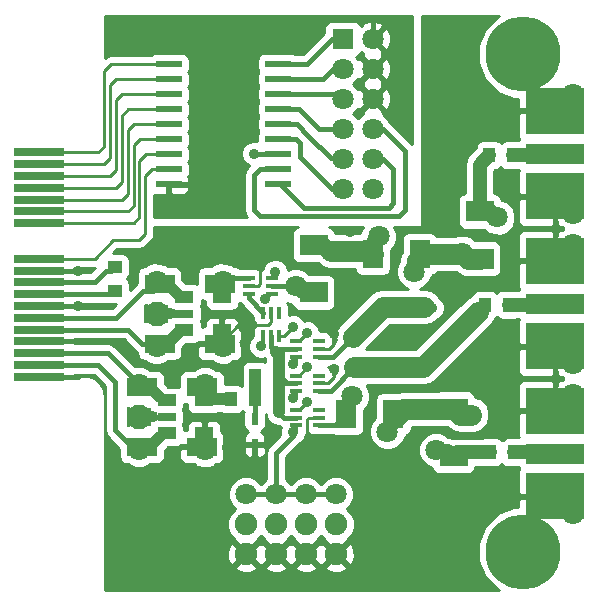
<source format=gbr>
G04 #@! TF.FileFunction,Copper,L1,Top,Signal*
%FSLAX46Y46*%
G04 Gerber Fmt 4.6, Leading zero omitted, Abs format (unit mm)*
G04 Created by KiCad (PCBNEW 0.201509182047+6202~30~ubuntu14.04.1-product) date Sun 20 Sep 2015 06:38:23 PM PDT*
%MOMM*%
G01*
G04 APERTURE LIST*
%ADD10C,0.100000*%
%ADD11R,2.200000X0.600000*%
%ADD12C,1.800000*%
%ADD13R,5.000000X1.800000*%
%ADD14R,5.000000X3.960000*%
%ADD15R,2.400000X1.800000*%
%ADD16R,1.800000X2.400000*%
%ADD17R,0.599440X1.000760*%
%ADD18C,1.900000*%
%ADD19C,6.350000*%
%ADD20R,4.200000X0.700000*%
%ADD21R,1.000000X1.250000*%
%ADD22R,1.250000X1.000000*%
%ADD23R,1.800000X1.800000*%
%ADD24R,1.000000X0.400000*%
%ADD25R,0.400000X1.000000*%
%ADD26R,2.540000X1.650000*%
%ADD27R,1.650000X1.015000*%
%ADD28R,1.650000X0.760000*%
%ADD29R,2.000000X1.650000*%
%ADD30C,2.100000*%
%ADD31C,0.889000*%
%ADD32C,0.400000*%
%ADD33C,0.250000*%
%ADD34C,1.000000*%
%ADD35C,1.200000*%
%ADD36C,1.800000*%
%ADD37C,0.254000*%
G04 APERTURE END LIST*
D10*
D11*
X105500000Y-77120000D03*
X105500000Y-78390000D03*
X105500000Y-79660000D03*
X105500000Y-80930000D03*
X105500000Y-82200000D03*
X105500000Y-83470000D03*
X105500000Y-84740000D03*
X105500000Y-86010000D03*
X105500000Y-87280000D03*
X114700000Y-77120000D03*
X114700000Y-78390000D03*
X114700000Y-79660000D03*
X114700000Y-80930000D03*
X114700000Y-82200000D03*
X114700000Y-83470000D03*
X114700000Y-84740000D03*
X114700000Y-86010000D03*
X114700000Y-87280000D03*
D12*
X139700000Y-115189000D03*
X139700000Y-105029000D03*
D13*
X138193000Y-110109000D03*
D14*
X138193000Y-106489000D03*
X138193000Y-113729000D03*
D12*
X139700000Y-112649000D03*
X139700000Y-107569000D03*
X139700000Y-110109000D03*
X139700000Y-102489000D03*
X139700000Y-92329000D03*
D13*
X138193000Y-97409000D03*
D14*
X138193000Y-93789000D03*
X138193000Y-101029000D03*
D12*
X139700000Y-99949000D03*
X139700000Y-94869000D03*
X139700000Y-97409000D03*
X139700000Y-89789000D03*
X139700000Y-79629000D03*
D13*
X138193000Y-84709000D03*
D14*
X138193000Y-81089000D03*
X138193000Y-88329000D03*
D12*
X139700000Y-87249000D03*
X139700000Y-82169000D03*
X139700000Y-84709000D03*
D15*
X129600000Y-106300000D03*
X129600000Y-110300000D03*
D12*
X131100000Y-106800000D03*
X128100000Y-109800000D03*
D16*
X120500000Y-106750000D03*
X124500000Y-106750000D03*
D12*
X121000000Y-105250000D03*
X124000000Y-108250000D03*
D15*
X131800000Y-93600000D03*
X131800000Y-89600000D03*
D12*
X130300000Y-93100000D03*
X133300000Y-90100000D03*
D16*
X122742000Y-93203000D03*
X126742000Y-93203000D03*
D12*
X123242000Y-91703000D03*
X126242000Y-94703000D03*
D15*
X117742000Y-96453000D03*
X117742000Y-92453000D03*
D12*
X116242000Y-95953000D03*
X119242000Y-92953000D03*
D17*
X112750000Y-109349820D03*
X112750000Y-107150180D03*
D18*
X112014000Y-116078000D03*
X114554000Y-116078000D03*
X117094000Y-116078000D03*
X119634000Y-116078000D03*
D19*
X135500000Y-118400000D03*
X135500000Y-76300000D03*
D20*
X94500000Y-103600000D03*
X94500000Y-102600000D03*
X94500000Y-101600000D03*
X94500000Y-100600000D03*
X94500000Y-99600000D03*
X94500000Y-98600000D03*
X94500000Y-97600000D03*
X94500000Y-96600000D03*
X94500000Y-95600000D03*
X94500000Y-94600000D03*
X94500000Y-93600000D03*
X94500000Y-90600000D03*
X94500000Y-89600000D03*
X94500000Y-88600000D03*
X94500000Y-87600000D03*
X94500000Y-86600000D03*
X94500000Y-85600000D03*
X94500000Y-84600000D03*
D21*
X112750000Y-105500000D03*
X110750000Y-105500000D03*
X114800000Y-103500000D03*
X112800000Y-103500000D03*
D22*
X100900000Y-94300000D03*
X100900000Y-96300000D03*
D21*
X132604000Y-84836000D03*
X134604000Y-84836000D03*
X132250000Y-97500000D03*
X134250000Y-97500000D03*
X132700000Y-110000000D03*
X134700000Y-110000000D03*
D23*
X120200000Y-75000000D03*
D12*
X120200000Y-77540000D03*
X120200000Y-80080000D03*
X120200000Y-82620000D03*
X120200000Y-85160000D03*
X120200000Y-87700000D03*
X122740000Y-75000000D03*
X122740000Y-77540000D03*
X122740000Y-80080000D03*
X122740000Y-82620000D03*
X122740000Y-85160000D03*
X122740000Y-87700000D03*
X112014000Y-113538000D03*
X114554000Y-113538000D03*
X117094000Y-113538000D03*
X119634000Y-113538000D03*
D18*
X119634000Y-118618000D03*
X117094000Y-118618000D03*
X114554000Y-118618000D03*
X112014000Y-118618000D03*
D24*
X112250000Y-95250000D03*
X112250000Y-95900000D03*
X112250000Y-96550000D03*
X114200000Y-96550000D03*
X114200000Y-95900000D03*
X114200000Y-95250000D03*
D25*
X114800000Y-98200000D03*
X114150000Y-98200000D03*
X113500000Y-98200000D03*
X113500000Y-100150000D03*
X114150000Y-100150000D03*
X114800000Y-100150000D03*
D24*
X118200000Y-101900000D03*
X118200000Y-101250000D03*
X118200000Y-100600000D03*
X116250000Y-100600000D03*
X116250000Y-101250000D03*
X116250000Y-101900000D03*
X118200000Y-104800000D03*
X118200000Y-104150000D03*
X118200000Y-103500000D03*
X116250000Y-103500000D03*
X116250000Y-104150000D03*
X116250000Y-104800000D03*
X118200000Y-107700000D03*
X118200000Y-107050000D03*
X118200000Y-106400000D03*
X116250000Y-106400000D03*
X116250000Y-107050000D03*
X116250000Y-107700000D03*
D26*
X108290000Y-109540000D03*
X108290000Y-104460000D03*
X103210000Y-109540000D03*
D10*
G36*
X104480000Y-107380000D02*
X101940000Y-107830000D01*
X101940000Y-106170000D01*
X104480000Y-106620000D01*
X104480000Y-107380000D01*
X104480000Y-107380000D01*
G37*
D26*
X103210000Y-104460000D03*
D27*
X108480000Y-108397500D03*
X108480000Y-105602500D03*
X105300000Y-108397500D03*
D28*
X105300000Y-107000000D03*
D27*
X105300000Y-105602500D03*
D10*
G36*
X105187107Y-108905000D02*
X104480000Y-109612107D01*
X103772893Y-108905000D01*
X104480000Y-108197893D01*
X105187107Y-108905000D01*
X105187107Y-108905000D01*
G37*
G36*
X105187107Y-105095000D02*
X104480000Y-105802107D01*
X103772893Y-105095000D01*
X104480000Y-104387893D01*
X105187107Y-105095000D01*
X105187107Y-105095000D01*
G37*
D29*
X102940000Y-107000000D03*
D12*
X102956000Y-104206000D03*
D30*
X102956000Y-107000000D03*
D12*
X102956000Y-109794000D03*
X108544000Y-109794000D03*
X108544000Y-104206000D03*
D26*
X109790000Y-100790000D03*
X109790000Y-95710000D03*
X104710000Y-100790000D03*
D10*
G36*
X105980000Y-98630000D02*
X103440000Y-99080000D01*
X103440000Y-97420000D01*
X105980000Y-97870000D01*
X105980000Y-98630000D01*
X105980000Y-98630000D01*
G37*
D26*
X104710000Y-95710000D03*
D27*
X109980000Y-99647500D03*
X109980000Y-96852500D03*
X106800000Y-99647500D03*
D28*
X106800000Y-98250000D03*
D27*
X106800000Y-96852500D03*
D10*
G36*
X106687107Y-100155000D02*
X105980000Y-100862107D01*
X105272893Y-100155000D01*
X105980000Y-99447893D01*
X106687107Y-100155000D01*
X106687107Y-100155000D01*
G37*
G36*
X106687107Y-96345000D02*
X105980000Y-97052107D01*
X105272893Y-96345000D01*
X105980000Y-95637893D01*
X106687107Y-96345000D01*
X106687107Y-96345000D01*
G37*
D29*
X104440000Y-98250000D03*
D12*
X104456000Y-95456000D03*
D30*
X104456000Y-98250000D03*
D12*
X104456000Y-101044000D03*
X110044000Y-101044000D03*
X110044000Y-95456000D03*
D31*
X120800000Y-91300000D03*
X101500000Y-100900000D03*
X97800000Y-94600000D03*
X97800000Y-97600000D03*
X121992000Y-96453000D03*
X112100000Y-94100000D03*
X128100000Y-104500000D03*
X121100000Y-109800000D03*
X116300000Y-110500000D03*
X114000000Y-108800000D03*
X119500000Y-100000000D03*
X119500000Y-102900000D03*
X114500000Y-94700000D03*
X116000000Y-99400000D03*
X116000000Y-108300000D03*
X116000000Y-105400000D03*
X116000000Y-102500000D03*
X101000000Y-74700000D03*
X104400000Y-74700000D03*
X107800000Y-74700000D03*
X107800000Y-87300000D03*
X113600000Y-97000000D03*
X113300000Y-101000000D03*
X117200000Y-99900000D03*
X117200000Y-102800000D03*
X117200000Y-105700000D03*
X127750000Y-97750000D03*
X112700000Y-84700000D03*
D32*
X94500000Y-102600000D02*
X99500000Y-102600000D01*
X100900000Y-108100000D02*
X102340000Y-109540000D01*
X100900000Y-104000000D02*
X100900000Y-108100000D01*
X99500000Y-102600000D02*
X100900000Y-104000000D01*
X102340000Y-109540000D02*
X103210000Y-109540000D01*
X94500000Y-101600000D02*
X100350000Y-101600000D01*
X100350000Y-101600000D02*
X103210000Y-104460000D01*
X94500000Y-99600000D02*
X102000000Y-99600000D01*
X103190000Y-100790000D02*
X104710000Y-100790000D01*
X102000000Y-99600000D02*
X103190000Y-100790000D01*
X94500000Y-98600000D02*
X101000000Y-98600000D01*
X103300000Y-96300000D02*
X104120000Y-96300000D01*
X102500000Y-97100000D02*
X103300000Y-96300000D01*
X101000000Y-98600000D02*
X102500000Y-97100000D01*
X104120000Y-96300000D02*
X104710000Y-95710000D01*
X94500000Y-96600000D02*
X100600000Y-96600000D01*
X100600000Y-96600000D02*
X100900000Y-96300000D01*
X94500000Y-95600000D02*
X99200000Y-95600000D01*
X100200000Y-94600000D02*
X100600000Y-94600000D01*
X99200000Y-95600000D02*
X100200000Y-94600000D01*
X100600000Y-94600000D02*
X100900000Y-94300000D01*
D33*
X103500000Y-90100000D02*
X103500000Y-86600000D01*
X104090000Y-86010000D02*
X105500000Y-86010000D01*
X103500000Y-86600000D02*
X104090000Y-86010000D01*
X94500000Y-93600000D02*
X99200000Y-93600000D01*
X103500000Y-91500000D02*
X103500000Y-90100000D01*
X103500000Y-90100000D02*
X103500000Y-90000000D01*
X103000000Y-92000000D02*
X103500000Y-91500000D01*
X100800000Y-92000000D02*
X103000000Y-92000000D01*
X99200000Y-93600000D02*
X100800000Y-92000000D01*
X103000000Y-86900000D02*
X103000000Y-85300000D01*
X103560000Y-84740000D02*
X105500000Y-84740000D01*
X103000000Y-85300000D02*
X103560000Y-84740000D01*
X94500000Y-90600000D02*
X102500000Y-90600000D01*
X103000000Y-90100000D02*
X103000000Y-86900000D01*
X103000000Y-86900000D02*
X103000000Y-86800000D01*
X102500000Y-90600000D02*
X103000000Y-90100000D01*
X102500000Y-85500000D02*
X102500000Y-84000000D01*
X102000000Y-89600000D02*
X102500000Y-89100000D01*
X102500000Y-89100000D02*
X102500000Y-85500000D01*
X94500000Y-89600000D02*
X102000000Y-89600000D01*
X103030000Y-83470000D02*
X105500000Y-83470000D01*
X102500000Y-84000000D02*
X103030000Y-83470000D01*
X102000000Y-84300000D02*
X102000000Y-82700000D01*
X102500000Y-82200000D02*
X105500000Y-82200000D01*
X102000000Y-82700000D02*
X102500000Y-82200000D01*
X94500000Y-88600000D02*
X101500000Y-88600000D01*
X102000000Y-88100000D02*
X102000000Y-84300000D01*
X102000000Y-84300000D02*
X102000000Y-84200000D01*
X101500000Y-88600000D02*
X102000000Y-88100000D01*
X101500000Y-83800000D02*
X101500000Y-81500000D01*
X101000000Y-87600000D02*
X101500000Y-87100000D01*
X101500000Y-87100000D02*
X101500000Y-83800000D01*
X94500000Y-87600000D02*
X101000000Y-87600000D01*
X102070000Y-80930000D02*
X105500000Y-80930000D01*
X101500000Y-81500000D02*
X102070000Y-80930000D01*
X101000000Y-82500000D02*
X101000000Y-80200000D01*
X100500000Y-86600000D02*
X101000000Y-86100000D01*
X101000000Y-86100000D02*
X101000000Y-82500000D01*
X94500000Y-86600000D02*
X100500000Y-86600000D01*
X101540000Y-79660000D02*
X105500000Y-79660000D01*
X101000000Y-80200000D02*
X101540000Y-79660000D01*
X100500000Y-81300000D02*
X100500000Y-78900000D01*
X100000000Y-85600000D02*
X100500000Y-85100000D01*
X100500000Y-85100000D02*
X100500000Y-81300000D01*
X94500000Y-85600000D02*
X100000000Y-85600000D01*
X101010000Y-78390000D02*
X105500000Y-78390000D01*
X100500000Y-78900000D02*
X101010000Y-78390000D01*
X100000000Y-80100000D02*
X100000000Y-77700000D01*
X99500000Y-84600000D02*
X100000000Y-84100000D01*
X100000000Y-84100000D02*
X100000000Y-80100000D01*
X94500000Y-84600000D02*
X99500000Y-84600000D01*
X100580000Y-77120000D02*
X105500000Y-77120000D01*
X100000000Y-77700000D02*
X100580000Y-77120000D01*
D32*
X94500000Y-100600000D02*
X101200000Y-100600000D01*
X101200000Y-100600000D02*
X101500000Y-100900000D01*
X94500000Y-103600000D02*
X97800000Y-103600000D01*
X97800000Y-103600000D02*
X97900000Y-103500000D01*
X94500000Y-94600000D02*
X97800000Y-94600000D01*
X94500000Y-97600000D02*
X97800000Y-97600000D01*
D34*
X122000000Y-96461000D02*
X122000000Y-96500000D01*
X121992000Y-96453000D02*
X122000000Y-96461000D01*
D33*
X113200000Y-94500000D02*
X112800000Y-94100000D01*
X113000000Y-95900000D02*
X113200000Y-95700000D01*
X113200000Y-95700000D02*
X113200000Y-94500000D01*
X112250000Y-95900000D02*
X113000000Y-95900000D01*
X112800000Y-94100000D02*
X112100000Y-94100000D01*
X112500000Y-99200000D02*
X111380000Y-99200000D01*
X114150000Y-98950000D02*
X113900000Y-99200000D01*
X113900000Y-99200000D02*
X112500000Y-99200000D01*
X114150000Y-98200000D02*
X114150000Y-98950000D01*
X111380000Y-99200000D02*
X109790000Y-100790000D01*
D32*
X121100000Y-109800000D02*
X121100000Y-109900000D01*
D33*
X117200000Y-108800000D02*
X117200000Y-109100000D01*
X117350000Y-107050000D02*
X117200000Y-107200000D01*
X117200000Y-107200000D02*
X117200000Y-108800000D01*
X118200000Y-107050000D02*
X117350000Y-107050000D01*
X116300000Y-110000000D02*
X116300000Y-110500000D01*
X117200000Y-109100000D02*
X116300000Y-110000000D01*
D32*
X112750000Y-109349820D02*
X113450180Y-109349820D01*
X113450180Y-109349820D02*
X114000000Y-108800000D01*
X108480000Y-108397500D02*
X108480000Y-109350000D01*
X108480000Y-109350000D02*
X108290000Y-109540000D01*
D33*
X118200000Y-101250000D02*
X119050000Y-101250000D01*
X119500000Y-100800000D02*
X119500000Y-100000000D01*
X119050000Y-101250000D02*
X119500000Y-100800000D01*
X118200000Y-104150000D02*
X118950000Y-104150000D01*
X119500000Y-103600000D02*
X119500000Y-102900000D01*
X118950000Y-104150000D02*
X119500000Y-103600000D01*
D32*
X109980000Y-99647500D02*
X109980000Y-100600000D01*
X109980000Y-100600000D02*
X109790000Y-100790000D01*
X108480000Y-109350000D02*
X108290000Y-109540000D01*
D35*
X117742000Y-96453000D02*
X116742000Y-96453000D01*
X116742000Y-96453000D02*
X116242000Y-95953000D01*
D32*
X114200000Y-95900000D02*
X116189000Y-95900000D01*
X116189000Y-95900000D02*
X116242000Y-95953000D01*
D36*
X119242000Y-92953000D02*
X122492000Y-92953000D01*
X122492000Y-92953000D02*
X122742000Y-93203000D01*
D35*
X117742000Y-92453000D02*
X118742000Y-92453000D01*
X118742000Y-92453000D02*
X119242000Y-92953000D01*
X122742000Y-93203000D02*
X122742000Y-92203000D01*
X122742000Y-92203000D02*
X123242000Y-91703000D01*
D36*
X131800000Y-93600000D02*
X130800000Y-93600000D01*
X130800000Y-93600000D02*
X130300000Y-93100000D01*
X126742000Y-93203000D02*
X130197000Y-93203000D01*
X130197000Y-93203000D02*
X130300000Y-93100000D01*
D35*
X126242000Y-94703000D02*
X126242000Y-93703000D01*
X126242000Y-93703000D02*
X126742000Y-93203000D01*
D32*
X106800000Y-98250000D02*
X104710000Y-98250000D01*
X105300000Y-107000000D02*
X103210000Y-107000000D01*
X112750000Y-105500000D02*
X112750000Y-107150180D01*
D34*
X112800000Y-103500000D02*
X112800000Y-105450000D01*
X112800000Y-105450000D02*
X112750000Y-105500000D01*
D32*
X108480000Y-105602500D02*
X108480000Y-104650000D01*
X108480000Y-104650000D02*
X108290000Y-104460000D01*
D34*
X110750000Y-105500000D02*
X109330000Y-105500000D01*
X109330000Y-105500000D02*
X108290000Y-104460000D01*
D32*
X116250000Y-104150000D02*
X114800000Y-104150000D01*
D34*
X114800000Y-103500000D02*
X114800000Y-104150000D01*
X114800000Y-104150000D02*
X114800000Y-106600000D01*
D32*
X115250000Y-107050000D02*
X114800000Y-106600000D01*
X116250000Y-107050000D02*
X115250000Y-107050000D01*
D34*
X114800000Y-103500000D02*
X114800000Y-101700000D01*
X114800000Y-101700000D02*
X114600000Y-101500000D01*
D32*
X116250000Y-104150000D02*
X115450000Y-104150000D01*
X115450000Y-104150000D02*
X114800000Y-103500000D01*
X116250000Y-101250000D02*
X114850000Y-101250000D01*
X114850000Y-101250000D02*
X114600000Y-101500000D01*
X114150000Y-101050000D02*
X114600000Y-101500000D01*
X114150000Y-101050000D02*
X114150000Y-100150000D01*
X118200000Y-107700000D02*
X119550000Y-107700000D01*
X119550000Y-107700000D02*
X120500000Y-106750000D01*
X121100000Y-105550000D02*
X121100000Y-106550000D01*
X121100000Y-106550000D02*
X120600000Y-107050000D01*
D36*
X131100000Y-106800000D02*
X130100000Y-106800000D01*
X130100000Y-106800000D02*
X129600000Y-106300000D01*
X129600000Y-106300000D02*
X125350000Y-106300000D01*
X125350000Y-106300000D02*
X124600000Y-107050000D01*
D32*
X124100000Y-108550000D02*
X124100000Y-107550000D01*
X124100000Y-107550000D02*
X124600000Y-107050000D01*
D35*
X132700000Y-110000000D02*
X129900000Y-110000000D01*
X129900000Y-110000000D02*
X129600000Y-110300000D01*
D34*
X129600000Y-110300000D02*
X129100000Y-109800000D01*
X129100000Y-109800000D02*
X128100000Y-109800000D01*
D32*
X119634000Y-113538000D02*
X117094000Y-113538000D01*
X117094000Y-113538000D02*
X114554000Y-113538000D01*
X114554000Y-113538000D02*
X112014000Y-113538000D01*
X116000000Y-108300000D02*
X116000000Y-108600000D01*
X114554000Y-110046000D02*
X114554000Y-113538000D01*
X116000000Y-108600000D02*
X114554000Y-110046000D01*
X116000000Y-108300000D02*
X116000000Y-108400000D01*
D33*
X114200000Y-95000000D02*
X114500000Y-94700000D01*
X114200000Y-95250000D02*
X114200000Y-95000000D01*
X115250000Y-100150000D02*
X116000000Y-99400000D01*
X115250000Y-100150000D02*
X114800000Y-100150000D01*
X116250000Y-107700000D02*
X116250000Y-108050000D01*
X116250000Y-108050000D02*
X116000000Y-108300000D01*
X116250000Y-104800000D02*
X116250000Y-105150000D01*
X116250000Y-105150000D02*
X116000000Y-105400000D01*
X116250000Y-101900000D02*
X116250000Y-102250000D01*
X116250000Y-102250000D02*
X116000000Y-102500000D01*
D32*
X122740000Y-75000000D02*
X122740000Y-73240000D01*
X122740000Y-73240000D02*
X122700000Y-73200000D01*
X105500000Y-87280000D02*
X107780000Y-87280000D01*
X107800000Y-74700000D02*
X104400000Y-74700000D01*
X107780000Y-87280000D02*
X107800000Y-87300000D01*
X114700000Y-77120000D02*
X117180000Y-77120000D01*
X117180000Y-77120000D02*
X119300000Y-75000000D01*
X119300000Y-75000000D02*
X120200000Y-75000000D01*
X114700000Y-78390000D02*
X118510000Y-78390000D01*
X118510000Y-78390000D02*
X119360000Y-77540000D01*
X119360000Y-77540000D02*
X120200000Y-77540000D01*
X114700000Y-79660000D02*
X119780000Y-79660000D01*
X119780000Y-79660000D02*
X120200000Y-80080000D01*
X114700000Y-80930000D02*
X116530000Y-80930000D01*
X118220000Y-82620000D02*
X120200000Y-82620000D01*
X116530000Y-80930000D02*
X118220000Y-82620000D01*
X124100000Y-90000000D02*
X125000000Y-90000000D01*
X113190000Y-86010000D02*
X112700000Y-86500000D01*
X112700000Y-86500000D02*
X112700000Y-89500000D01*
X112700000Y-89500000D02*
X113200000Y-90000000D01*
X113200000Y-90000000D02*
X124100000Y-90000000D01*
X114700000Y-86010000D02*
X113190000Y-86010000D01*
X125500000Y-84500000D02*
X123620000Y-82620000D01*
X125500000Y-89500000D02*
X125500000Y-84500000D01*
X125000000Y-90000000D02*
X125500000Y-89500000D01*
X123620000Y-82620000D02*
X122740000Y-82620000D01*
X114700000Y-82200000D02*
X116300000Y-82200000D01*
X119200000Y-85100000D02*
X120140000Y-85100000D01*
X117300000Y-83200000D02*
X119200000Y-85100000D01*
X116300000Y-82200000D02*
X117300000Y-83200000D01*
X120140000Y-85100000D02*
X120200000Y-85160000D01*
D33*
X114050000Y-96550000D02*
X113600000Y-97000000D01*
X113500000Y-100800000D02*
X113300000Y-101000000D01*
X113500000Y-100800000D02*
X113500000Y-100150000D01*
X114200000Y-96550000D02*
X114050000Y-96550000D01*
X116500000Y-100600000D02*
X117200000Y-99900000D01*
X116250000Y-100600000D02*
X116500000Y-100600000D01*
X116500000Y-103500000D02*
X117200000Y-102800000D01*
X116250000Y-103500000D02*
X116500000Y-103500000D01*
X117200000Y-105700000D02*
X116500000Y-106400000D01*
X116250000Y-106400000D02*
X116500000Y-106400000D01*
D36*
X127100000Y-97700000D02*
X123600000Y-97700000D01*
D32*
X119400000Y-101900000D02*
X121100000Y-100200000D01*
X119400000Y-101900000D02*
X118200000Y-101900000D01*
D36*
X123600000Y-97700000D02*
X121100000Y-100200000D01*
D32*
X126700000Y-97700000D02*
X127100000Y-97700000D01*
X127100000Y-97700000D02*
X127700000Y-97700000D01*
X127700000Y-97700000D02*
X127750000Y-97750000D01*
X112250000Y-95250000D02*
X110250000Y-95250000D01*
X110250000Y-95250000D02*
X109790000Y-95710000D01*
X109980000Y-96852500D02*
X109980000Y-95900000D01*
X109980000Y-95900000D02*
X109790000Y-95710000D01*
X112250000Y-96550000D02*
X112250000Y-96950000D01*
X112250000Y-96950000D02*
X113500000Y-98200000D01*
D35*
X131800000Y-89600000D02*
X132800000Y-89600000D01*
X132800000Y-89600000D02*
X133300000Y-90100000D01*
X131800000Y-89600000D02*
X131800000Y-85640000D01*
X131800000Y-85640000D02*
X132604000Y-84836000D01*
X134604000Y-84836000D02*
X138066000Y-84836000D01*
X138066000Y-84836000D02*
X138193000Y-84709000D01*
D32*
X132250000Y-97500000D02*
X132250000Y-97550000D01*
X132250000Y-97550000D02*
X131700000Y-98100000D01*
D36*
X121200000Y-102800000D02*
X127000000Y-102800000D01*
D32*
X119200000Y-104800000D02*
X121200000Y-102800000D01*
X118200000Y-104800000D02*
X119200000Y-104800000D01*
D36*
X127000000Y-102800000D02*
X131700000Y-98100000D01*
D35*
X134250000Y-97500000D02*
X138102000Y-97500000D01*
X138102000Y-97500000D02*
X138193000Y-97409000D01*
X134700000Y-110000000D02*
X138084000Y-110000000D01*
X138084000Y-110000000D02*
X138193000Y-110109000D01*
D34*
X138084000Y-110000000D02*
X138193000Y-110109000D01*
D32*
X114700000Y-83470000D02*
X116270000Y-83470000D01*
X116600000Y-85000000D02*
X119300000Y-87700000D01*
X116600000Y-83800000D02*
X116600000Y-85000000D01*
X116270000Y-83470000D02*
X116600000Y-83800000D01*
X119300000Y-87700000D02*
X120200000Y-87700000D01*
X124100000Y-89300000D02*
X124100000Y-89300000D01*
X116900000Y-89300000D02*
X124100000Y-89300000D01*
X114880000Y-87280000D02*
X116900000Y-89300000D01*
X123660000Y-85160000D02*
X122740000Y-85160000D01*
X124500000Y-86000000D02*
X123660000Y-85160000D01*
X124500000Y-88900000D02*
X124500000Y-86000000D01*
X124100000Y-89300000D02*
X124500000Y-88900000D01*
X114700000Y-87280000D02*
X114880000Y-87280000D01*
X114700000Y-87280000D02*
X114780000Y-87280000D01*
X114700000Y-84740000D02*
X112740000Y-84740000D01*
X112740000Y-84740000D02*
X112700000Y-84700000D01*
D37*
G36*
X126073000Y-83892131D02*
X124210434Y-82029566D01*
X124169400Y-82002148D01*
X124136496Y-81980162D01*
X124042068Y-81751629D01*
X123610643Y-81319449D01*
X123589806Y-81310797D01*
X123640554Y-81160159D01*
X122740000Y-80259605D01*
X121839446Y-81160159D01*
X121890035Y-81310327D01*
X121871629Y-81317932D01*
X121469677Y-81719182D01*
X121100818Y-81349677D01*
X121500551Y-80950643D01*
X121509203Y-80929806D01*
X121659841Y-80980554D01*
X122560395Y-80080000D01*
X122919605Y-80080000D01*
X123820159Y-80980554D01*
X124076643Y-80894148D01*
X124286458Y-80320664D01*
X124260839Y-79710540D01*
X124076643Y-79265852D01*
X123820159Y-79179446D01*
X122919605Y-80080000D01*
X122560395Y-80080000D01*
X121659841Y-79179446D01*
X121509673Y-79230035D01*
X121502068Y-79211629D01*
X121100818Y-78809677D01*
X121290667Y-78620159D01*
X121839446Y-78620159D01*
X121903401Y-78810000D01*
X121839446Y-78999841D01*
X122740000Y-79900395D01*
X123640554Y-78999841D01*
X123576599Y-78810000D01*
X123640554Y-78620159D01*
X122740000Y-77719605D01*
X121839446Y-78620159D01*
X121290667Y-78620159D01*
X121500551Y-78410643D01*
X121509203Y-78389806D01*
X121659841Y-78440554D01*
X122560395Y-77540000D01*
X122919605Y-77540000D01*
X123820159Y-78440554D01*
X124076643Y-78354148D01*
X124286458Y-77780664D01*
X124260839Y-77170540D01*
X124076643Y-76725852D01*
X123820159Y-76639446D01*
X122919605Y-77540000D01*
X122560395Y-77540000D01*
X121659841Y-76639446D01*
X121509673Y-76690035D01*
X121502068Y-76671629D01*
X121334120Y-76503387D01*
X121335317Y-76503162D01*
X121551441Y-76364090D01*
X121690598Y-76160426D01*
X121724890Y-76194718D01*
X121839447Y-76080161D01*
X121903401Y-76270000D01*
X121839446Y-76459841D01*
X122740000Y-77360395D01*
X123640554Y-76459841D01*
X123576599Y-76270000D01*
X123640554Y-76080159D01*
X122740000Y-75179605D01*
X122725858Y-75193748D01*
X122546253Y-75014143D01*
X122560395Y-75000000D01*
X122919605Y-75000000D01*
X123820159Y-75900554D01*
X124076643Y-75814148D01*
X124286458Y-75240664D01*
X124260839Y-74630540D01*
X124076643Y-74185852D01*
X123820159Y-74099446D01*
X122919605Y-75000000D01*
X122560395Y-75000000D01*
X122546253Y-74985858D01*
X122725858Y-74806253D01*
X122740000Y-74820395D01*
X123640554Y-73919841D01*
X123554148Y-73663357D01*
X122980664Y-73453542D01*
X122370540Y-73479161D01*
X121925852Y-73663357D01*
X121839447Y-73919839D01*
X121724890Y-73805282D01*
X121688412Y-73841760D01*
X121564090Y-73648559D01*
X121351890Y-73503569D01*
X121100000Y-73452560D01*
X119300000Y-73452560D01*
X119064683Y-73496838D01*
X118848559Y-73635910D01*
X118703569Y-73848110D01*
X118652560Y-74100000D01*
X118652560Y-74466572D01*
X116834132Y-76285000D01*
X116141797Y-76285000D01*
X116051890Y-76223569D01*
X115800000Y-76172560D01*
X113600000Y-76172560D01*
X113364683Y-76216838D01*
X113148559Y-76355910D01*
X113003569Y-76568110D01*
X112952560Y-76820000D01*
X112952560Y-77420000D01*
X112996838Y-77655317D01*
X113060678Y-77754528D01*
X113003569Y-77838110D01*
X112952560Y-78090000D01*
X112952560Y-78690000D01*
X112996838Y-78925317D01*
X113060678Y-79024528D01*
X113003569Y-79108110D01*
X112952560Y-79360000D01*
X112952560Y-79960000D01*
X112996838Y-80195317D01*
X113060678Y-80294528D01*
X113003569Y-80378110D01*
X112952560Y-80630000D01*
X112952560Y-81230000D01*
X112996838Y-81465317D01*
X113060678Y-81564528D01*
X113003569Y-81648110D01*
X112952560Y-81900000D01*
X112952560Y-82500000D01*
X112996838Y-82735317D01*
X113060678Y-82834528D01*
X113003569Y-82918110D01*
X112952560Y-83170000D01*
X112952560Y-83636006D01*
X112915668Y-83620687D01*
X112486216Y-83620313D01*
X112089311Y-83784311D01*
X111785378Y-84087714D01*
X111620687Y-84484332D01*
X111620313Y-84913784D01*
X111784311Y-85310689D01*
X112087714Y-85614622D01*
X112311560Y-85707572D01*
X112109566Y-85909566D01*
X111928561Y-86180459D01*
X111865000Y-86500000D01*
X111865000Y-89500000D01*
X111928561Y-89819541D01*
X111976201Y-89890839D01*
X112097917Y-90073000D01*
X104260000Y-90073000D01*
X104260000Y-88209329D01*
X104273691Y-88215000D01*
X105214250Y-88215000D01*
X105373000Y-88056250D01*
X105373000Y-87407000D01*
X105627000Y-87407000D01*
X105627000Y-88056250D01*
X105785750Y-88215000D01*
X106726309Y-88215000D01*
X106959698Y-88118327D01*
X107138327Y-87939699D01*
X107235000Y-87706310D01*
X107235000Y-87565750D01*
X107076250Y-87407000D01*
X105627000Y-87407000D01*
X105373000Y-87407000D01*
X105353000Y-87407000D01*
X105353000Y-87153000D01*
X105373000Y-87153000D01*
X105373000Y-87133000D01*
X105627000Y-87133000D01*
X105627000Y-87153000D01*
X107076250Y-87153000D01*
X107235000Y-86994250D01*
X107235000Y-86853690D01*
X107145194Y-86636878D01*
X107196431Y-86561890D01*
X107247440Y-86310000D01*
X107247440Y-85710000D01*
X107203162Y-85474683D01*
X107139322Y-85375472D01*
X107196431Y-85291890D01*
X107247440Y-85040000D01*
X107247440Y-84440000D01*
X107203162Y-84204683D01*
X107139322Y-84105472D01*
X107196431Y-84021890D01*
X107247440Y-83770000D01*
X107247440Y-83170000D01*
X107203162Y-82934683D01*
X107139322Y-82835472D01*
X107196431Y-82751890D01*
X107247440Y-82500000D01*
X107247440Y-81900000D01*
X107203162Y-81664683D01*
X107139322Y-81565472D01*
X107196431Y-81481890D01*
X107247440Y-81230000D01*
X107247440Y-80630000D01*
X107203162Y-80394683D01*
X107139322Y-80295472D01*
X107196431Y-80211890D01*
X107247440Y-79960000D01*
X107247440Y-79360000D01*
X107203162Y-79124683D01*
X107139322Y-79025472D01*
X107196431Y-78941890D01*
X107247440Y-78690000D01*
X107247440Y-78090000D01*
X107203162Y-77854683D01*
X107139322Y-77755472D01*
X107196431Y-77671890D01*
X107247440Y-77420000D01*
X107247440Y-76820000D01*
X107203162Y-76584683D01*
X107064090Y-76368559D01*
X106851890Y-76223569D01*
X106600000Y-76172560D01*
X104400000Y-76172560D01*
X104164683Y-76216838D01*
X103948559Y-76355910D01*
X103945764Y-76360000D01*
X100580000Y-76360000D01*
X100289161Y-76417852D01*
X100045000Y-76580995D01*
X100045000Y-73045000D01*
X126073000Y-73045000D01*
X126073000Y-83892131D01*
X126073000Y-83892131D01*
G37*
X126073000Y-83892131D02*
X124210434Y-82029566D01*
X124169400Y-82002148D01*
X124136496Y-81980162D01*
X124042068Y-81751629D01*
X123610643Y-81319449D01*
X123589806Y-81310797D01*
X123640554Y-81160159D01*
X122740000Y-80259605D01*
X121839446Y-81160159D01*
X121890035Y-81310327D01*
X121871629Y-81317932D01*
X121469677Y-81719182D01*
X121100818Y-81349677D01*
X121500551Y-80950643D01*
X121509203Y-80929806D01*
X121659841Y-80980554D01*
X122560395Y-80080000D01*
X122919605Y-80080000D01*
X123820159Y-80980554D01*
X124076643Y-80894148D01*
X124286458Y-80320664D01*
X124260839Y-79710540D01*
X124076643Y-79265852D01*
X123820159Y-79179446D01*
X122919605Y-80080000D01*
X122560395Y-80080000D01*
X121659841Y-79179446D01*
X121509673Y-79230035D01*
X121502068Y-79211629D01*
X121100818Y-78809677D01*
X121290667Y-78620159D01*
X121839446Y-78620159D01*
X121903401Y-78810000D01*
X121839446Y-78999841D01*
X122740000Y-79900395D01*
X123640554Y-78999841D01*
X123576599Y-78810000D01*
X123640554Y-78620159D01*
X122740000Y-77719605D01*
X121839446Y-78620159D01*
X121290667Y-78620159D01*
X121500551Y-78410643D01*
X121509203Y-78389806D01*
X121659841Y-78440554D01*
X122560395Y-77540000D01*
X122919605Y-77540000D01*
X123820159Y-78440554D01*
X124076643Y-78354148D01*
X124286458Y-77780664D01*
X124260839Y-77170540D01*
X124076643Y-76725852D01*
X123820159Y-76639446D01*
X122919605Y-77540000D01*
X122560395Y-77540000D01*
X121659841Y-76639446D01*
X121509673Y-76690035D01*
X121502068Y-76671629D01*
X121334120Y-76503387D01*
X121335317Y-76503162D01*
X121551441Y-76364090D01*
X121690598Y-76160426D01*
X121724890Y-76194718D01*
X121839447Y-76080161D01*
X121903401Y-76270000D01*
X121839446Y-76459841D01*
X122740000Y-77360395D01*
X123640554Y-76459841D01*
X123576599Y-76270000D01*
X123640554Y-76080159D01*
X122740000Y-75179605D01*
X122725858Y-75193748D01*
X122546253Y-75014143D01*
X122560395Y-75000000D01*
X122919605Y-75000000D01*
X123820159Y-75900554D01*
X124076643Y-75814148D01*
X124286458Y-75240664D01*
X124260839Y-74630540D01*
X124076643Y-74185852D01*
X123820159Y-74099446D01*
X122919605Y-75000000D01*
X122560395Y-75000000D01*
X122546253Y-74985858D01*
X122725858Y-74806253D01*
X122740000Y-74820395D01*
X123640554Y-73919841D01*
X123554148Y-73663357D01*
X122980664Y-73453542D01*
X122370540Y-73479161D01*
X121925852Y-73663357D01*
X121839447Y-73919839D01*
X121724890Y-73805282D01*
X121688412Y-73841760D01*
X121564090Y-73648559D01*
X121351890Y-73503569D01*
X121100000Y-73452560D01*
X119300000Y-73452560D01*
X119064683Y-73496838D01*
X118848559Y-73635910D01*
X118703569Y-73848110D01*
X118652560Y-74100000D01*
X118652560Y-74466572D01*
X116834132Y-76285000D01*
X116141797Y-76285000D01*
X116051890Y-76223569D01*
X115800000Y-76172560D01*
X113600000Y-76172560D01*
X113364683Y-76216838D01*
X113148559Y-76355910D01*
X113003569Y-76568110D01*
X112952560Y-76820000D01*
X112952560Y-77420000D01*
X112996838Y-77655317D01*
X113060678Y-77754528D01*
X113003569Y-77838110D01*
X112952560Y-78090000D01*
X112952560Y-78690000D01*
X112996838Y-78925317D01*
X113060678Y-79024528D01*
X113003569Y-79108110D01*
X112952560Y-79360000D01*
X112952560Y-79960000D01*
X112996838Y-80195317D01*
X113060678Y-80294528D01*
X113003569Y-80378110D01*
X112952560Y-80630000D01*
X112952560Y-81230000D01*
X112996838Y-81465317D01*
X113060678Y-81564528D01*
X113003569Y-81648110D01*
X112952560Y-81900000D01*
X112952560Y-82500000D01*
X112996838Y-82735317D01*
X113060678Y-82834528D01*
X113003569Y-82918110D01*
X112952560Y-83170000D01*
X112952560Y-83636006D01*
X112915668Y-83620687D01*
X112486216Y-83620313D01*
X112089311Y-83784311D01*
X111785378Y-84087714D01*
X111620687Y-84484332D01*
X111620313Y-84913784D01*
X111784311Y-85310689D01*
X112087714Y-85614622D01*
X112311560Y-85707572D01*
X112109566Y-85909566D01*
X111928561Y-86180459D01*
X111865000Y-86500000D01*
X111865000Y-89500000D01*
X111928561Y-89819541D01*
X111976201Y-89890839D01*
X112097917Y-90073000D01*
X104260000Y-90073000D01*
X104260000Y-88209329D01*
X104273691Y-88215000D01*
X105214250Y-88215000D01*
X105373000Y-88056250D01*
X105373000Y-87407000D01*
X105627000Y-87407000D01*
X105627000Y-88056250D01*
X105785750Y-88215000D01*
X106726309Y-88215000D01*
X106959698Y-88118327D01*
X107138327Y-87939699D01*
X107235000Y-87706310D01*
X107235000Y-87565750D01*
X107076250Y-87407000D01*
X105627000Y-87407000D01*
X105373000Y-87407000D01*
X105353000Y-87407000D01*
X105353000Y-87153000D01*
X105373000Y-87153000D01*
X105373000Y-87133000D01*
X105627000Y-87133000D01*
X105627000Y-87153000D01*
X107076250Y-87153000D01*
X107235000Y-86994250D01*
X107235000Y-86853690D01*
X107145194Y-86636878D01*
X107196431Y-86561890D01*
X107247440Y-86310000D01*
X107247440Y-85710000D01*
X107203162Y-85474683D01*
X107139322Y-85375472D01*
X107196431Y-85291890D01*
X107247440Y-85040000D01*
X107247440Y-84440000D01*
X107203162Y-84204683D01*
X107139322Y-84105472D01*
X107196431Y-84021890D01*
X107247440Y-83770000D01*
X107247440Y-83170000D01*
X107203162Y-82934683D01*
X107139322Y-82835472D01*
X107196431Y-82751890D01*
X107247440Y-82500000D01*
X107247440Y-81900000D01*
X107203162Y-81664683D01*
X107139322Y-81565472D01*
X107196431Y-81481890D01*
X107247440Y-81230000D01*
X107247440Y-80630000D01*
X107203162Y-80394683D01*
X107139322Y-80295472D01*
X107196431Y-80211890D01*
X107247440Y-79960000D01*
X107247440Y-79360000D01*
X107203162Y-79124683D01*
X107139322Y-79025472D01*
X107196431Y-78941890D01*
X107247440Y-78690000D01*
X107247440Y-78090000D01*
X107203162Y-77854683D01*
X107139322Y-77755472D01*
X107196431Y-77671890D01*
X107247440Y-77420000D01*
X107247440Y-76820000D01*
X107203162Y-76584683D01*
X107064090Y-76368559D01*
X106851890Y-76223569D01*
X106600000Y-76172560D01*
X104400000Y-76172560D01*
X104164683Y-76216838D01*
X103948559Y-76355910D01*
X103945764Y-76360000D01*
X100580000Y-76360000D01*
X100289161Y-76417852D01*
X100045000Y-76580995D01*
X100045000Y-73045000D01*
X126073000Y-73045000D01*
X126073000Y-83892131D01*
G36*
X133285910Y-98576441D02*
X133498110Y-98721431D01*
X133750000Y-98772440D01*
X134750000Y-98772440D01*
X134948976Y-98735000D01*
X135135744Y-98735000D01*
X135058000Y-98922690D01*
X135058000Y-100743250D01*
X135216750Y-100902000D01*
X138066000Y-100902000D01*
X138066000Y-100882000D01*
X138320000Y-100882000D01*
X138320000Y-100902000D01*
X138340000Y-100902000D01*
X138340000Y-101156000D01*
X138320000Y-101156000D01*
X138320000Y-101793359D01*
X138153542Y-102248336D01*
X138179161Y-102858460D01*
X138320000Y-103198475D01*
X138320000Y-103485250D01*
X138478750Y-103644000D01*
X138645172Y-103644000D01*
X138684890Y-103683718D01*
X138724608Y-103644000D01*
X138824659Y-103644000D01*
X138863401Y-103759000D01*
X138824659Y-103874000D01*
X138724608Y-103874000D01*
X138684890Y-103834282D01*
X138645172Y-103874000D01*
X138478750Y-103874000D01*
X138320000Y-104032750D01*
X138320000Y-104333359D01*
X138153542Y-104788336D01*
X138179161Y-105398460D01*
X138320000Y-105738475D01*
X138320000Y-106362000D01*
X138340000Y-106362000D01*
X138340000Y-106616000D01*
X138320000Y-106616000D01*
X138320000Y-106636000D01*
X138066000Y-106636000D01*
X138066000Y-106616000D01*
X135216750Y-106616000D01*
X135058000Y-106774750D01*
X135058000Y-108595310D01*
X135112780Y-108727560D01*
X134200000Y-108727560D01*
X133964683Y-108771838D01*
X133748559Y-108910910D01*
X133700866Y-108980711D01*
X133664090Y-108923559D01*
X133451890Y-108778569D01*
X133200000Y-108727560D01*
X132200000Y-108727560D01*
X132001024Y-108765000D01*
X130861431Y-108765000D01*
X130800000Y-108752560D01*
X129536087Y-108752560D01*
X129534346Y-108751397D01*
X129144801Y-108673911D01*
X128970643Y-108499449D01*
X128406670Y-108265267D01*
X127796009Y-108264735D01*
X127231629Y-108497932D01*
X126799449Y-108929357D01*
X126565267Y-109493330D01*
X126564735Y-110103991D01*
X126797932Y-110668371D01*
X127229357Y-111100551D01*
X127776605Y-111327788D01*
X127796838Y-111435317D01*
X127935910Y-111651441D01*
X128148110Y-111796431D01*
X128400000Y-111847440D01*
X130800000Y-111847440D01*
X131035317Y-111803162D01*
X131251441Y-111664090D01*
X131396431Y-111451890D01*
X131440352Y-111235000D01*
X132015116Y-111235000D01*
X132200000Y-111272440D01*
X133200000Y-111272440D01*
X133435317Y-111228162D01*
X133651441Y-111089090D01*
X133699134Y-111019289D01*
X133735910Y-111076441D01*
X133948110Y-111221431D01*
X134200000Y-111272440D01*
X135107935Y-111272440D01*
X135171990Y-111371984D01*
X135154673Y-111389301D01*
X135058000Y-111622690D01*
X135058000Y-113443250D01*
X135216750Y-113602000D01*
X138066000Y-113602000D01*
X138066000Y-113582000D01*
X138320000Y-113582000D01*
X138320000Y-113602000D01*
X138340000Y-113602000D01*
X138340000Y-113856000D01*
X138320000Y-113856000D01*
X138320000Y-113876000D01*
X138066000Y-113876000D01*
X138066000Y-113856000D01*
X135216750Y-113856000D01*
X135058000Y-114014750D01*
X135058000Y-114589613D01*
X134745469Y-114589340D01*
X133344628Y-115168156D01*
X132271923Y-116238991D01*
X131690663Y-117638819D01*
X131689340Y-119154531D01*
X132268156Y-120555372D01*
X133338991Y-121628077D01*
X133403829Y-121655000D01*
X100045000Y-121655000D01*
X100045000Y-119734350D01*
X111077255Y-119734350D01*
X111169792Y-119996019D01*
X111761398Y-120214188D01*
X112391461Y-120189352D01*
X112858208Y-119996019D01*
X112950745Y-119734350D01*
X113617255Y-119734350D01*
X113709792Y-119996019D01*
X114301398Y-120214188D01*
X114931461Y-120189352D01*
X115398208Y-119996019D01*
X115490745Y-119734350D01*
X116157255Y-119734350D01*
X116249792Y-119996019D01*
X116841398Y-120214188D01*
X117471461Y-120189352D01*
X117938208Y-119996019D01*
X118030745Y-119734350D01*
X118697255Y-119734350D01*
X118789792Y-119996019D01*
X119381398Y-120214188D01*
X120011461Y-120189352D01*
X120478208Y-119996019D01*
X120570745Y-119734350D01*
X119634000Y-118797605D01*
X118697255Y-119734350D01*
X118030745Y-119734350D01*
X117094000Y-118797605D01*
X116157255Y-119734350D01*
X115490745Y-119734350D01*
X114554000Y-118797605D01*
X113617255Y-119734350D01*
X112950745Y-119734350D01*
X112014000Y-118797605D01*
X111077255Y-119734350D01*
X100045000Y-119734350D01*
X100045000Y-118365398D01*
X110417812Y-118365398D01*
X110442648Y-118995461D01*
X110635981Y-119462208D01*
X110897650Y-119554745D01*
X111834395Y-118618000D01*
X112193605Y-118618000D01*
X113130350Y-119554745D01*
X113284000Y-119500408D01*
X113437650Y-119554745D01*
X114374395Y-118618000D01*
X114733605Y-118618000D01*
X115670350Y-119554745D01*
X115824000Y-119500408D01*
X115977650Y-119554745D01*
X116914395Y-118618000D01*
X117273605Y-118618000D01*
X118210350Y-119554745D01*
X118364000Y-119500408D01*
X118517650Y-119554745D01*
X119454395Y-118618000D01*
X119813605Y-118618000D01*
X120750350Y-119554745D01*
X121012019Y-119462208D01*
X121230188Y-118870602D01*
X121205352Y-118240539D01*
X121012019Y-117773792D01*
X120750350Y-117681255D01*
X119813605Y-118618000D01*
X119454395Y-118618000D01*
X118517650Y-117681255D01*
X118364000Y-117735592D01*
X118210350Y-117681255D01*
X117273605Y-118618000D01*
X116914395Y-118618000D01*
X115977650Y-117681255D01*
X115824000Y-117735592D01*
X115670350Y-117681255D01*
X114733605Y-118618000D01*
X114374395Y-118618000D01*
X113437650Y-117681255D01*
X113284000Y-117735592D01*
X113130350Y-117681255D01*
X112193605Y-118618000D01*
X111834395Y-118618000D01*
X110897650Y-117681255D01*
X110635981Y-117773792D01*
X110417812Y-118365398D01*
X100045000Y-118365398D01*
X100045000Y-105100000D01*
X100032607Y-105037696D01*
X100032607Y-105024167D01*
X99960293Y-104660618D01*
X99863984Y-104428109D01*
X99863983Y-104428108D01*
X99863983Y-104428107D01*
X99658048Y-104119905D01*
X99569071Y-104030929D01*
X99480095Y-103941952D01*
X99171893Y-103736017D01*
X99171891Y-103736016D01*
X98939381Y-103639707D01*
X98575833Y-103567393D01*
X98512305Y-103567393D01*
X98450000Y-103555000D01*
X97427000Y-103555000D01*
X97427000Y-103435000D01*
X99154132Y-103435000D01*
X100065000Y-104345868D01*
X100065000Y-108100000D01*
X100128561Y-108419541D01*
X100249140Y-108600000D01*
X100309566Y-108690434D01*
X101292560Y-109673428D01*
X101292560Y-110365000D01*
X101336838Y-110600317D01*
X101475910Y-110816441D01*
X101688110Y-110961431D01*
X101940000Y-111012440D01*
X102003389Y-111012440D01*
X102085357Y-111094551D01*
X102649330Y-111328733D01*
X103259991Y-111329265D01*
X103824371Y-111096068D01*
X103908145Y-111012440D01*
X104480000Y-111012440D01*
X104715317Y-110968162D01*
X104931441Y-110829090D01*
X105076431Y-110616890D01*
X105127440Y-110365000D01*
X105127440Y-109880285D01*
X105455285Y-109552440D01*
X106125000Y-109552440D01*
X106360317Y-109508162D01*
X106529832Y-109399082D01*
X106543750Y-109413000D01*
X107048885Y-109413000D01*
X106997542Y-109553336D01*
X107002315Y-109667000D01*
X106543750Y-109667000D01*
X106385000Y-109825750D01*
X106385000Y-110491309D01*
X106481673Y-110724698D01*
X106660301Y-110903327D01*
X106893690Y-111000000D01*
X107685840Y-111000000D01*
X107729852Y-111130643D01*
X108303336Y-111340458D01*
X108913460Y-111314839D01*
X109358148Y-111130643D01*
X109402160Y-111000000D01*
X109686310Y-111000000D01*
X109919699Y-110903327D01*
X110098327Y-110724698D01*
X110195000Y-110491309D01*
X110195000Y-109825750D01*
X110076719Y-109707469D01*
X110073701Y-109635570D01*
X111815280Y-109635570D01*
X111815280Y-109976509D01*
X111911953Y-110209898D01*
X112090581Y-110388527D01*
X112323970Y-110485200D01*
X112464250Y-110485200D01*
X112623000Y-110326450D01*
X112623000Y-109476820D01*
X112877000Y-109476820D01*
X112877000Y-110326450D01*
X113035750Y-110485200D01*
X113176030Y-110485200D01*
X113409419Y-110388527D01*
X113588047Y-110209898D01*
X113684720Y-109976509D01*
X113684720Y-109635570D01*
X113525970Y-109476820D01*
X112877000Y-109476820D01*
X112623000Y-109476820D01*
X111974030Y-109476820D01*
X111815280Y-109635570D01*
X110073701Y-109635570D01*
X110064839Y-109424540D01*
X110053085Y-109396165D01*
X110195000Y-109254250D01*
X110195000Y-108588691D01*
X110098327Y-108355302D01*
X109919699Y-108176673D01*
X109888146Y-108163604D01*
X109940000Y-108111750D01*
X109940000Y-107763691D01*
X109843327Y-107530302D01*
X109664699Y-107351673D01*
X109431310Y-107255000D01*
X108765750Y-107255000D01*
X108607000Y-107413750D01*
X108607000Y-108080000D01*
X108575750Y-108080000D01*
X108417002Y-108238748D01*
X108417002Y-108080000D01*
X108353000Y-108080000D01*
X108353000Y-107413750D01*
X108194250Y-107255000D01*
X107528690Y-107255000D01*
X107295301Y-107351673D01*
X107116673Y-107530302D01*
X107020000Y-107763691D01*
X107020000Y-108080000D01*
X106893690Y-108080000D01*
X106772440Y-108130223D01*
X106772440Y-107890000D01*
X106728162Y-107654683D01*
X106717344Y-107637871D01*
X106721431Y-107631890D01*
X106772440Y-107380000D01*
X106772440Y-106620000D01*
X106728162Y-106384683D01*
X106717344Y-106367871D01*
X106721431Y-106361890D01*
X106772440Y-106110000D01*
X106772440Y-105882308D01*
X107007560Y-105929921D01*
X107007560Y-106110000D01*
X107051838Y-106345317D01*
X107190910Y-106561441D01*
X107403110Y-106706431D01*
X107655000Y-106757440D01*
X109305000Y-106757440D01*
X109540317Y-106713162D01*
X109661784Y-106635000D01*
X109871614Y-106635000D01*
X109998110Y-106721431D01*
X110250000Y-106772440D01*
X111250000Y-106772440D01*
X111485317Y-106728162D01*
X111701441Y-106589090D01*
X111749134Y-106519289D01*
X111785910Y-106576441D01*
X111813832Y-106595519D01*
X111802840Y-106649800D01*
X111802840Y-107650560D01*
X111847118Y-107885877D01*
X111986190Y-108102001D01*
X112198390Y-108246991D01*
X112229954Y-108253383D01*
X112090581Y-108311113D01*
X111911953Y-108489742D01*
X111815280Y-108723131D01*
X111815280Y-109064070D01*
X111974030Y-109222820D01*
X112623000Y-109222820D01*
X112623000Y-109202820D01*
X112877000Y-109202820D01*
X112877000Y-109222820D01*
X113525970Y-109222820D01*
X113684720Y-109064070D01*
X113684720Y-108723131D01*
X113588047Y-108489742D01*
X113409419Y-108311113D01*
X113275292Y-108255556D01*
X113285037Y-108253722D01*
X113501161Y-108114650D01*
X113646151Y-107902450D01*
X113697160Y-107650560D01*
X113697160Y-106761679D01*
X113751397Y-107034346D01*
X113997434Y-107402566D01*
X114365654Y-107648603D01*
X114800000Y-107735000D01*
X114800843Y-107734832D01*
X114930459Y-107821439D01*
X115022267Y-107839701D01*
X114920687Y-108084332D01*
X114920326Y-108498806D01*
X113963566Y-109455566D01*
X113782561Y-109726459D01*
X113719000Y-110046000D01*
X113719000Y-112222143D01*
X113685629Y-112235932D01*
X113283677Y-112637182D01*
X112884643Y-112237449D01*
X112320670Y-112003267D01*
X111710009Y-112002735D01*
X111145629Y-112235932D01*
X110713449Y-112667357D01*
X110479267Y-113231330D01*
X110478735Y-113841991D01*
X110711932Y-114406371D01*
X111077857Y-114772936D01*
X110671086Y-115178997D01*
X110429276Y-115761341D01*
X110428725Y-116391893D01*
X110669519Y-116974657D01*
X111108211Y-117414116D01*
X111077255Y-117501650D01*
X112014000Y-118438395D01*
X112950745Y-117501650D01*
X112919593Y-117413561D01*
X113284261Y-117049529D01*
X113648211Y-117414116D01*
X113617255Y-117501650D01*
X114554000Y-118438395D01*
X115490745Y-117501650D01*
X115459593Y-117413561D01*
X115824261Y-117049529D01*
X116188211Y-117414116D01*
X116157255Y-117501650D01*
X117094000Y-118438395D01*
X118030745Y-117501650D01*
X117999593Y-117413561D01*
X118364261Y-117049529D01*
X118728211Y-117414116D01*
X118697255Y-117501650D01*
X119634000Y-118438395D01*
X120570745Y-117501650D01*
X120539593Y-117413561D01*
X120976914Y-116977003D01*
X121218724Y-116394659D01*
X121219275Y-115764107D01*
X120978481Y-115181343D01*
X120570205Y-114772353D01*
X120934551Y-114408643D01*
X121168733Y-113844670D01*
X121169265Y-113234009D01*
X120936068Y-112669629D01*
X120504643Y-112237449D01*
X119940670Y-112003267D01*
X119330009Y-112002735D01*
X118765629Y-112235932D01*
X118363677Y-112637182D01*
X117964643Y-112237449D01*
X117400670Y-112003267D01*
X116790009Y-112002735D01*
X116225629Y-112235932D01*
X115823677Y-112637182D01*
X115424643Y-112237449D01*
X115389000Y-112222649D01*
X115389000Y-110391868D01*
X116533134Y-109247734D01*
X116610689Y-109215689D01*
X116914622Y-108912286D01*
X117079313Y-108515668D01*
X117079377Y-108442636D01*
X117201441Y-108364090D01*
X117223384Y-108331975D01*
X117235910Y-108351441D01*
X117448110Y-108496431D01*
X117700000Y-108547440D01*
X118700000Y-108547440D01*
X118766113Y-108535000D01*
X119331380Y-108535000D01*
X119348110Y-108546431D01*
X119600000Y-108597440D01*
X121400000Y-108597440D01*
X121630911Y-108553991D01*
X122464735Y-108553991D01*
X122697932Y-109118371D01*
X123129357Y-109550551D01*
X123693330Y-109784733D01*
X124303991Y-109785265D01*
X124868371Y-109552068D01*
X125300551Y-109120643D01*
X125527788Y-108573395D01*
X125635317Y-108553162D01*
X125851441Y-108414090D01*
X125996431Y-108201890D01*
X126047440Y-107950000D01*
X126047440Y-107835000D01*
X128338569Y-107835000D01*
X128400000Y-107847440D01*
X128976622Y-107847440D01*
X129014591Y-107885409D01*
X129512581Y-108218155D01*
X130100000Y-108335000D01*
X131099808Y-108335000D01*
X131403991Y-108335265D01*
X131968371Y-108102068D01*
X132400551Y-107670643D01*
X132634733Y-107106670D01*
X132635265Y-106496009D01*
X132402068Y-105931629D01*
X131970643Y-105499449D01*
X131423395Y-105272212D01*
X131403162Y-105164683D01*
X131264090Y-104948559D01*
X131051890Y-104803569D01*
X130800000Y-104752560D01*
X128400000Y-104752560D01*
X128333887Y-104765000D01*
X125350000Y-104765000D01*
X124762581Y-104881845D01*
X124731579Y-104902560D01*
X123600000Y-104902560D01*
X123364683Y-104946838D01*
X123148559Y-105085910D01*
X123003569Y-105298110D01*
X122952560Y-105550000D01*
X122952560Y-107126688D01*
X122699449Y-107379357D01*
X122465267Y-107943330D01*
X122464735Y-108553991D01*
X121630911Y-108553991D01*
X121635317Y-108553162D01*
X121851441Y-108414090D01*
X121996431Y-108201890D01*
X122047440Y-107950000D01*
X122047440Y-106373312D01*
X122300551Y-106120643D01*
X122534733Y-105556670D01*
X122535265Y-104946009D01*
X122302507Y-104382690D01*
X135058000Y-104382690D01*
X135058000Y-106203250D01*
X135216750Y-106362000D01*
X138066000Y-106362000D01*
X138066000Y-104032750D01*
X137907250Y-103874000D01*
X135566691Y-103874000D01*
X135333302Y-103970673D01*
X135154673Y-104149301D01*
X135058000Y-104382690D01*
X122302507Y-104382690D01*
X122302068Y-104381629D01*
X122255520Y-104335000D01*
X127000000Y-104335000D01*
X127587419Y-104218155D01*
X128085409Y-103885409D01*
X130656068Y-101314750D01*
X135058000Y-101314750D01*
X135058000Y-103135310D01*
X135154673Y-103368699D01*
X135333302Y-103547327D01*
X135566691Y-103644000D01*
X137907250Y-103644000D01*
X138066000Y-103485250D01*
X138066000Y-101156000D01*
X135216750Y-101156000D01*
X135058000Y-101314750D01*
X130656068Y-101314750D01*
X132785409Y-99185409D01*
X133118155Y-98687419D01*
X133128360Y-98636117D01*
X133201441Y-98589090D01*
X133249134Y-98519289D01*
X133285910Y-98576441D01*
X133285910Y-98576441D01*
G37*
X133285910Y-98576441D02*
X133498110Y-98721431D01*
X133750000Y-98772440D01*
X134750000Y-98772440D01*
X134948976Y-98735000D01*
X135135744Y-98735000D01*
X135058000Y-98922690D01*
X135058000Y-100743250D01*
X135216750Y-100902000D01*
X138066000Y-100902000D01*
X138066000Y-100882000D01*
X138320000Y-100882000D01*
X138320000Y-100902000D01*
X138340000Y-100902000D01*
X138340000Y-101156000D01*
X138320000Y-101156000D01*
X138320000Y-101793359D01*
X138153542Y-102248336D01*
X138179161Y-102858460D01*
X138320000Y-103198475D01*
X138320000Y-103485250D01*
X138478750Y-103644000D01*
X138645172Y-103644000D01*
X138684890Y-103683718D01*
X138724608Y-103644000D01*
X138824659Y-103644000D01*
X138863401Y-103759000D01*
X138824659Y-103874000D01*
X138724608Y-103874000D01*
X138684890Y-103834282D01*
X138645172Y-103874000D01*
X138478750Y-103874000D01*
X138320000Y-104032750D01*
X138320000Y-104333359D01*
X138153542Y-104788336D01*
X138179161Y-105398460D01*
X138320000Y-105738475D01*
X138320000Y-106362000D01*
X138340000Y-106362000D01*
X138340000Y-106616000D01*
X138320000Y-106616000D01*
X138320000Y-106636000D01*
X138066000Y-106636000D01*
X138066000Y-106616000D01*
X135216750Y-106616000D01*
X135058000Y-106774750D01*
X135058000Y-108595310D01*
X135112780Y-108727560D01*
X134200000Y-108727560D01*
X133964683Y-108771838D01*
X133748559Y-108910910D01*
X133700866Y-108980711D01*
X133664090Y-108923559D01*
X133451890Y-108778569D01*
X133200000Y-108727560D01*
X132200000Y-108727560D01*
X132001024Y-108765000D01*
X130861431Y-108765000D01*
X130800000Y-108752560D01*
X129536087Y-108752560D01*
X129534346Y-108751397D01*
X129144801Y-108673911D01*
X128970643Y-108499449D01*
X128406670Y-108265267D01*
X127796009Y-108264735D01*
X127231629Y-108497932D01*
X126799449Y-108929357D01*
X126565267Y-109493330D01*
X126564735Y-110103991D01*
X126797932Y-110668371D01*
X127229357Y-111100551D01*
X127776605Y-111327788D01*
X127796838Y-111435317D01*
X127935910Y-111651441D01*
X128148110Y-111796431D01*
X128400000Y-111847440D01*
X130800000Y-111847440D01*
X131035317Y-111803162D01*
X131251441Y-111664090D01*
X131396431Y-111451890D01*
X131440352Y-111235000D01*
X132015116Y-111235000D01*
X132200000Y-111272440D01*
X133200000Y-111272440D01*
X133435317Y-111228162D01*
X133651441Y-111089090D01*
X133699134Y-111019289D01*
X133735910Y-111076441D01*
X133948110Y-111221431D01*
X134200000Y-111272440D01*
X135107935Y-111272440D01*
X135171990Y-111371984D01*
X135154673Y-111389301D01*
X135058000Y-111622690D01*
X135058000Y-113443250D01*
X135216750Y-113602000D01*
X138066000Y-113602000D01*
X138066000Y-113582000D01*
X138320000Y-113582000D01*
X138320000Y-113602000D01*
X138340000Y-113602000D01*
X138340000Y-113856000D01*
X138320000Y-113856000D01*
X138320000Y-113876000D01*
X138066000Y-113876000D01*
X138066000Y-113856000D01*
X135216750Y-113856000D01*
X135058000Y-114014750D01*
X135058000Y-114589613D01*
X134745469Y-114589340D01*
X133344628Y-115168156D01*
X132271923Y-116238991D01*
X131690663Y-117638819D01*
X131689340Y-119154531D01*
X132268156Y-120555372D01*
X133338991Y-121628077D01*
X133403829Y-121655000D01*
X100045000Y-121655000D01*
X100045000Y-119734350D01*
X111077255Y-119734350D01*
X111169792Y-119996019D01*
X111761398Y-120214188D01*
X112391461Y-120189352D01*
X112858208Y-119996019D01*
X112950745Y-119734350D01*
X113617255Y-119734350D01*
X113709792Y-119996019D01*
X114301398Y-120214188D01*
X114931461Y-120189352D01*
X115398208Y-119996019D01*
X115490745Y-119734350D01*
X116157255Y-119734350D01*
X116249792Y-119996019D01*
X116841398Y-120214188D01*
X117471461Y-120189352D01*
X117938208Y-119996019D01*
X118030745Y-119734350D01*
X118697255Y-119734350D01*
X118789792Y-119996019D01*
X119381398Y-120214188D01*
X120011461Y-120189352D01*
X120478208Y-119996019D01*
X120570745Y-119734350D01*
X119634000Y-118797605D01*
X118697255Y-119734350D01*
X118030745Y-119734350D01*
X117094000Y-118797605D01*
X116157255Y-119734350D01*
X115490745Y-119734350D01*
X114554000Y-118797605D01*
X113617255Y-119734350D01*
X112950745Y-119734350D01*
X112014000Y-118797605D01*
X111077255Y-119734350D01*
X100045000Y-119734350D01*
X100045000Y-118365398D01*
X110417812Y-118365398D01*
X110442648Y-118995461D01*
X110635981Y-119462208D01*
X110897650Y-119554745D01*
X111834395Y-118618000D01*
X112193605Y-118618000D01*
X113130350Y-119554745D01*
X113284000Y-119500408D01*
X113437650Y-119554745D01*
X114374395Y-118618000D01*
X114733605Y-118618000D01*
X115670350Y-119554745D01*
X115824000Y-119500408D01*
X115977650Y-119554745D01*
X116914395Y-118618000D01*
X117273605Y-118618000D01*
X118210350Y-119554745D01*
X118364000Y-119500408D01*
X118517650Y-119554745D01*
X119454395Y-118618000D01*
X119813605Y-118618000D01*
X120750350Y-119554745D01*
X121012019Y-119462208D01*
X121230188Y-118870602D01*
X121205352Y-118240539D01*
X121012019Y-117773792D01*
X120750350Y-117681255D01*
X119813605Y-118618000D01*
X119454395Y-118618000D01*
X118517650Y-117681255D01*
X118364000Y-117735592D01*
X118210350Y-117681255D01*
X117273605Y-118618000D01*
X116914395Y-118618000D01*
X115977650Y-117681255D01*
X115824000Y-117735592D01*
X115670350Y-117681255D01*
X114733605Y-118618000D01*
X114374395Y-118618000D01*
X113437650Y-117681255D01*
X113284000Y-117735592D01*
X113130350Y-117681255D01*
X112193605Y-118618000D01*
X111834395Y-118618000D01*
X110897650Y-117681255D01*
X110635981Y-117773792D01*
X110417812Y-118365398D01*
X100045000Y-118365398D01*
X100045000Y-105100000D01*
X100032607Y-105037696D01*
X100032607Y-105024167D01*
X99960293Y-104660618D01*
X99863984Y-104428109D01*
X99863983Y-104428108D01*
X99863983Y-104428107D01*
X99658048Y-104119905D01*
X99569071Y-104030929D01*
X99480095Y-103941952D01*
X99171893Y-103736017D01*
X99171891Y-103736016D01*
X98939381Y-103639707D01*
X98575833Y-103567393D01*
X98512305Y-103567393D01*
X98450000Y-103555000D01*
X97427000Y-103555000D01*
X97427000Y-103435000D01*
X99154132Y-103435000D01*
X100065000Y-104345868D01*
X100065000Y-108100000D01*
X100128561Y-108419541D01*
X100249140Y-108600000D01*
X100309566Y-108690434D01*
X101292560Y-109673428D01*
X101292560Y-110365000D01*
X101336838Y-110600317D01*
X101475910Y-110816441D01*
X101688110Y-110961431D01*
X101940000Y-111012440D01*
X102003389Y-111012440D01*
X102085357Y-111094551D01*
X102649330Y-111328733D01*
X103259991Y-111329265D01*
X103824371Y-111096068D01*
X103908145Y-111012440D01*
X104480000Y-111012440D01*
X104715317Y-110968162D01*
X104931441Y-110829090D01*
X105076431Y-110616890D01*
X105127440Y-110365000D01*
X105127440Y-109880285D01*
X105455285Y-109552440D01*
X106125000Y-109552440D01*
X106360317Y-109508162D01*
X106529832Y-109399082D01*
X106543750Y-109413000D01*
X107048885Y-109413000D01*
X106997542Y-109553336D01*
X107002315Y-109667000D01*
X106543750Y-109667000D01*
X106385000Y-109825750D01*
X106385000Y-110491309D01*
X106481673Y-110724698D01*
X106660301Y-110903327D01*
X106893690Y-111000000D01*
X107685840Y-111000000D01*
X107729852Y-111130643D01*
X108303336Y-111340458D01*
X108913460Y-111314839D01*
X109358148Y-111130643D01*
X109402160Y-111000000D01*
X109686310Y-111000000D01*
X109919699Y-110903327D01*
X110098327Y-110724698D01*
X110195000Y-110491309D01*
X110195000Y-109825750D01*
X110076719Y-109707469D01*
X110073701Y-109635570D01*
X111815280Y-109635570D01*
X111815280Y-109976509D01*
X111911953Y-110209898D01*
X112090581Y-110388527D01*
X112323970Y-110485200D01*
X112464250Y-110485200D01*
X112623000Y-110326450D01*
X112623000Y-109476820D01*
X112877000Y-109476820D01*
X112877000Y-110326450D01*
X113035750Y-110485200D01*
X113176030Y-110485200D01*
X113409419Y-110388527D01*
X113588047Y-110209898D01*
X113684720Y-109976509D01*
X113684720Y-109635570D01*
X113525970Y-109476820D01*
X112877000Y-109476820D01*
X112623000Y-109476820D01*
X111974030Y-109476820D01*
X111815280Y-109635570D01*
X110073701Y-109635570D01*
X110064839Y-109424540D01*
X110053085Y-109396165D01*
X110195000Y-109254250D01*
X110195000Y-108588691D01*
X110098327Y-108355302D01*
X109919699Y-108176673D01*
X109888146Y-108163604D01*
X109940000Y-108111750D01*
X109940000Y-107763691D01*
X109843327Y-107530302D01*
X109664699Y-107351673D01*
X109431310Y-107255000D01*
X108765750Y-107255000D01*
X108607000Y-107413750D01*
X108607000Y-108080000D01*
X108575750Y-108080000D01*
X108417002Y-108238748D01*
X108417002Y-108080000D01*
X108353000Y-108080000D01*
X108353000Y-107413750D01*
X108194250Y-107255000D01*
X107528690Y-107255000D01*
X107295301Y-107351673D01*
X107116673Y-107530302D01*
X107020000Y-107763691D01*
X107020000Y-108080000D01*
X106893690Y-108080000D01*
X106772440Y-108130223D01*
X106772440Y-107890000D01*
X106728162Y-107654683D01*
X106717344Y-107637871D01*
X106721431Y-107631890D01*
X106772440Y-107380000D01*
X106772440Y-106620000D01*
X106728162Y-106384683D01*
X106717344Y-106367871D01*
X106721431Y-106361890D01*
X106772440Y-106110000D01*
X106772440Y-105882308D01*
X107007560Y-105929921D01*
X107007560Y-106110000D01*
X107051838Y-106345317D01*
X107190910Y-106561441D01*
X107403110Y-106706431D01*
X107655000Y-106757440D01*
X109305000Y-106757440D01*
X109540317Y-106713162D01*
X109661784Y-106635000D01*
X109871614Y-106635000D01*
X109998110Y-106721431D01*
X110250000Y-106772440D01*
X111250000Y-106772440D01*
X111485317Y-106728162D01*
X111701441Y-106589090D01*
X111749134Y-106519289D01*
X111785910Y-106576441D01*
X111813832Y-106595519D01*
X111802840Y-106649800D01*
X111802840Y-107650560D01*
X111847118Y-107885877D01*
X111986190Y-108102001D01*
X112198390Y-108246991D01*
X112229954Y-108253383D01*
X112090581Y-108311113D01*
X111911953Y-108489742D01*
X111815280Y-108723131D01*
X111815280Y-109064070D01*
X111974030Y-109222820D01*
X112623000Y-109222820D01*
X112623000Y-109202820D01*
X112877000Y-109202820D01*
X112877000Y-109222820D01*
X113525970Y-109222820D01*
X113684720Y-109064070D01*
X113684720Y-108723131D01*
X113588047Y-108489742D01*
X113409419Y-108311113D01*
X113275292Y-108255556D01*
X113285037Y-108253722D01*
X113501161Y-108114650D01*
X113646151Y-107902450D01*
X113697160Y-107650560D01*
X113697160Y-106761679D01*
X113751397Y-107034346D01*
X113997434Y-107402566D01*
X114365654Y-107648603D01*
X114800000Y-107735000D01*
X114800843Y-107734832D01*
X114930459Y-107821439D01*
X115022267Y-107839701D01*
X114920687Y-108084332D01*
X114920326Y-108498806D01*
X113963566Y-109455566D01*
X113782561Y-109726459D01*
X113719000Y-110046000D01*
X113719000Y-112222143D01*
X113685629Y-112235932D01*
X113283677Y-112637182D01*
X112884643Y-112237449D01*
X112320670Y-112003267D01*
X111710009Y-112002735D01*
X111145629Y-112235932D01*
X110713449Y-112667357D01*
X110479267Y-113231330D01*
X110478735Y-113841991D01*
X110711932Y-114406371D01*
X111077857Y-114772936D01*
X110671086Y-115178997D01*
X110429276Y-115761341D01*
X110428725Y-116391893D01*
X110669519Y-116974657D01*
X111108211Y-117414116D01*
X111077255Y-117501650D01*
X112014000Y-118438395D01*
X112950745Y-117501650D01*
X112919593Y-117413561D01*
X113284261Y-117049529D01*
X113648211Y-117414116D01*
X113617255Y-117501650D01*
X114554000Y-118438395D01*
X115490745Y-117501650D01*
X115459593Y-117413561D01*
X115824261Y-117049529D01*
X116188211Y-117414116D01*
X116157255Y-117501650D01*
X117094000Y-118438395D01*
X118030745Y-117501650D01*
X117999593Y-117413561D01*
X118364261Y-117049529D01*
X118728211Y-117414116D01*
X118697255Y-117501650D01*
X119634000Y-118438395D01*
X120570745Y-117501650D01*
X120539593Y-117413561D01*
X120976914Y-116977003D01*
X121218724Y-116394659D01*
X121219275Y-115764107D01*
X120978481Y-115181343D01*
X120570205Y-114772353D01*
X120934551Y-114408643D01*
X121168733Y-113844670D01*
X121169265Y-113234009D01*
X120936068Y-112669629D01*
X120504643Y-112237449D01*
X119940670Y-112003267D01*
X119330009Y-112002735D01*
X118765629Y-112235932D01*
X118363677Y-112637182D01*
X117964643Y-112237449D01*
X117400670Y-112003267D01*
X116790009Y-112002735D01*
X116225629Y-112235932D01*
X115823677Y-112637182D01*
X115424643Y-112237449D01*
X115389000Y-112222649D01*
X115389000Y-110391868D01*
X116533134Y-109247734D01*
X116610689Y-109215689D01*
X116914622Y-108912286D01*
X117079313Y-108515668D01*
X117079377Y-108442636D01*
X117201441Y-108364090D01*
X117223384Y-108331975D01*
X117235910Y-108351441D01*
X117448110Y-108496431D01*
X117700000Y-108547440D01*
X118700000Y-108547440D01*
X118766113Y-108535000D01*
X119331380Y-108535000D01*
X119348110Y-108546431D01*
X119600000Y-108597440D01*
X121400000Y-108597440D01*
X121630911Y-108553991D01*
X122464735Y-108553991D01*
X122697932Y-109118371D01*
X123129357Y-109550551D01*
X123693330Y-109784733D01*
X124303991Y-109785265D01*
X124868371Y-109552068D01*
X125300551Y-109120643D01*
X125527788Y-108573395D01*
X125635317Y-108553162D01*
X125851441Y-108414090D01*
X125996431Y-108201890D01*
X126047440Y-107950000D01*
X126047440Y-107835000D01*
X128338569Y-107835000D01*
X128400000Y-107847440D01*
X128976622Y-107847440D01*
X129014591Y-107885409D01*
X129512581Y-108218155D01*
X130100000Y-108335000D01*
X131099808Y-108335000D01*
X131403991Y-108335265D01*
X131968371Y-108102068D01*
X132400551Y-107670643D01*
X132634733Y-107106670D01*
X132635265Y-106496009D01*
X132402068Y-105931629D01*
X131970643Y-105499449D01*
X131423395Y-105272212D01*
X131403162Y-105164683D01*
X131264090Y-104948559D01*
X131051890Y-104803569D01*
X130800000Y-104752560D01*
X128400000Y-104752560D01*
X128333887Y-104765000D01*
X125350000Y-104765000D01*
X124762581Y-104881845D01*
X124731579Y-104902560D01*
X123600000Y-104902560D01*
X123364683Y-104946838D01*
X123148559Y-105085910D01*
X123003569Y-105298110D01*
X122952560Y-105550000D01*
X122952560Y-107126688D01*
X122699449Y-107379357D01*
X122465267Y-107943330D01*
X122464735Y-108553991D01*
X121630911Y-108553991D01*
X121635317Y-108553162D01*
X121851441Y-108414090D01*
X121996431Y-108201890D01*
X122047440Y-107950000D01*
X122047440Y-106373312D01*
X122300551Y-106120643D01*
X122534733Y-105556670D01*
X122535265Y-104946009D01*
X122302507Y-104382690D01*
X135058000Y-104382690D01*
X135058000Y-106203250D01*
X135216750Y-106362000D01*
X138066000Y-106362000D01*
X138066000Y-104032750D01*
X137907250Y-103874000D01*
X135566691Y-103874000D01*
X135333302Y-103970673D01*
X135154673Y-104149301D01*
X135058000Y-104382690D01*
X122302507Y-104382690D01*
X122302068Y-104381629D01*
X122255520Y-104335000D01*
X127000000Y-104335000D01*
X127587419Y-104218155D01*
X128085409Y-103885409D01*
X130656068Y-101314750D01*
X135058000Y-101314750D01*
X135058000Y-103135310D01*
X135154673Y-103368699D01*
X135333302Y-103547327D01*
X135566691Y-103644000D01*
X137907250Y-103644000D01*
X138066000Y-103485250D01*
X138066000Y-101156000D01*
X135216750Y-101156000D01*
X135058000Y-101314750D01*
X130656068Y-101314750D01*
X132785409Y-99185409D01*
X133118155Y-98687419D01*
X133128360Y-98636117D01*
X133201441Y-98589090D01*
X133249134Y-98519289D01*
X133285910Y-98576441D01*
G36*
X108507560Y-97179921D02*
X108507560Y-97360000D01*
X108551838Y-97595317D01*
X108690910Y-97811441D01*
X108903110Y-97956431D01*
X109155000Y-98007440D01*
X110805000Y-98007440D01*
X111040317Y-97963162D01*
X111256441Y-97824090D01*
X111401431Y-97611890D01*
X111452440Y-97360000D01*
X111452440Y-97315226D01*
X111498110Y-97346431D01*
X111534918Y-97353885D01*
X111597877Y-97448110D01*
X111659566Y-97540434D01*
X112652560Y-98533428D01*
X112652560Y-98700000D01*
X112696838Y-98935317D01*
X112835910Y-99151441D01*
X112868025Y-99173384D01*
X112848559Y-99185910D01*
X112703569Y-99398110D01*
X112652560Y-99650000D01*
X112652560Y-100120998D01*
X112385378Y-100387714D01*
X112220687Y-100784332D01*
X112220313Y-101213784D01*
X112384311Y-101610689D01*
X112687714Y-101914622D01*
X113084332Y-102079313D01*
X113513784Y-102079687D01*
X113619363Y-102036063D01*
X113665000Y-102104364D01*
X113665000Y-102355854D01*
X113551890Y-102278569D01*
X113300000Y-102227560D01*
X112300000Y-102227560D01*
X112064683Y-102271838D01*
X111848559Y-102410910D01*
X111703569Y-102623110D01*
X111652560Y-102875000D01*
X111652560Y-104125000D01*
X111665000Y-104191113D01*
X111665000Y-104390017D01*
X111501890Y-104278569D01*
X111250000Y-104227560D01*
X110250000Y-104227560D01*
X110207440Y-104235568D01*
X110207440Y-103635000D01*
X110163162Y-103399683D01*
X110024090Y-103183559D01*
X109811890Y-103038569D01*
X109560000Y-102987560D01*
X109496611Y-102987560D01*
X109414643Y-102905449D01*
X108850670Y-102671267D01*
X108240009Y-102670735D01*
X107675629Y-102903932D01*
X107591855Y-102987560D01*
X107020000Y-102987560D01*
X106784683Y-103031838D01*
X106568559Y-103170910D01*
X106423569Y-103383110D01*
X106372560Y-103635000D01*
X106372560Y-104497692D01*
X106125000Y-104447560D01*
X105455285Y-104447560D01*
X105127440Y-104119715D01*
X105127440Y-103635000D01*
X105083162Y-103399683D01*
X104944090Y-103183559D01*
X104731890Y-103038569D01*
X104480000Y-102987560D01*
X103908611Y-102987560D01*
X103826643Y-102905449D01*
X103262670Y-102671267D01*
X102652009Y-102670735D01*
X102616341Y-102685473D01*
X100940434Y-101009566D01*
X100878467Y-100968161D01*
X100669541Y-100828561D01*
X100350000Y-100765000D01*
X97427000Y-100765000D01*
X97427000Y-100435000D01*
X101654132Y-100435000D01*
X102599566Y-101380434D01*
X102792560Y-101509389D01*
X102792560Y-101615000D01*
X102836838Y-101850317D01*
X102975910Y-102066441D01*
X103188110Y-102211431D01*
X103440000Y-102262440D01*
X103503389Y-102262440D01*
X103585357Y-102344551D01*
X104149330Y-102578733D01*
X104759991Y-102579265D01*
X105324371Y-102346068D01*
X105408145Y-102262440D01*
X105980000Y-102262440D01*
X106215317Y-102218162D01*
X106431441Y-102079090D01*
X106576431Y-101866890D01*
X106627440Y-101615000D01*
X106627440Y-101130285D01*
X106955285Y-100802440D01*
X107625000Y-100802440D01*
X107860317Y-100758162D01*
X108029832Y-100649082D01*
X108043750Y-100663000D01*
X108548885Y-100663000D01*
X108497542Y-100803336D01*
X108502315Y-100917000D01*
X108043750Y-100917000D01*
X107885000Y-101075750D01*
X107885000Y-101741309D01*
X107981673Y-101974698D01*
X108160301Y-102153327D01*
X108393690Y-102250000D01*
X109185840Y-102250000D01*
X109229852Y-102380643D01*
X109803336Y-102590458D01*
X110413460Y-102564839D01*
X110858148Y-102380643D01*
X110902160Y-102250000D01*
X111186310Y-102250000D01*
X111419699Y-102153327D01*
X111598327Y-101974698D01*
X111695000Y-101741309D01*
X111695000Y-101075750D01*
X111576719Y-100957469D01*
X111564839Y-100674540D01*
X111553085Y-100646165D01*
X111695000Y-100504250D01*
X111695000Y-99838691D01*
X111598327Y-99605302D01*
X111419699Y-99426673D01*
X111388146Y-99413604D01*
X111440000Y-99361750D01*
X111440000Y-99013691D01*
X111343327Y-98780302D01*
X111164699Y-98601673D01*
X110931310Y-98505000D01*
X110265750Y-98505000D01*
X110107000Y-98663750D01*
X110107000Y-99330000D01*
X110075750Y-99330000D01*
X109917002Y-99488748D01*
X109917002Y-99330000D01*
X109853000Y-99330000D01*
X109853000Y-98663750D01*
X109694250Y-98505000D01*
X109028690Y-98505000D01*
X108795301Y-98601673D01*
X108616673Y-98780302D01*
X108520000Y-99013691D01*
X108520000Y-99330000D01*
X108393690Y-99330000D01*
X108272440Y-99380223D01*
X108272440Y-99140000D01*
X108228162Y-98904683D01*
X108217344Y-98887871D01*
X108221431Y-98881890D01*
X108272440Y-98630000D01*
X108272440Y-97870000D01*
X108228162Y-97634683D01*
X108217344Y-97617871D01*
X108221431Y-97611890D01*
X108272440Y-97360000D01*
X108272440Y-97132308D01*
X108507560Y-97179921D01*
X108507560Y-97179921D01*
G37*
X108507560Y-97179921D02*
X108507560Y-97360000D01*
X108551838Y-97595317D01*
X108690910Y-97811441D01*
X108903110Y-97956431D01*
X109155000Y-98007440D01*
X110805000Y-98007440D01*
X111040317Y-97963162D01*
X111256441Y-97824090D01*
X111401431Y-97611890D01*
X111452440Y-97360000D01*
X111452440Y-97315226D01*
X111498110Y-97346431D01*
X111534918Y-97353885D01*
X111597877Y-97448110D01*
X111659566Y-97540434D01*
X112652560Y-98533428D01*
X112652560Y-98700000D01*
X112696838Y-98935317D01*
X112835910Y-99151441D01*
X112868025Y-99173384D01*
X112848559Y-99185910D01*
X112703569Y-99398110D01*
X112652560Y-99650000D01*
X112652560Y-100120998D01*
X112385378Y-100387714D01*
X112220687Y-100784332D01*
X112220313Y-101213784D01*
X112384311Y-101610689D01*
X112687714Y-101914622D01*
X113084332Y-102079313D01*
X113513784Y-102079687D01*
X113619363Y-102036063D01*
X113665000Y-102104364D01*
X113665000Y-102355854D01*
X113551890Y-102278569D01*
X113300000Y-102227560D01*
X112300000Y-102227560D01*
X112064683Y-102271838D01*
X111848559Y-102410910D01*
X111703569Y-102623110D01*
X111652560Y-102875000D01*
X111652560Y-104125000D01*
X111665000Y-104191113D01*
X111665000Y-104390017D01*
X111501890Y-104278569D01*
X111250000Y-104227560D01*
X110250000Y-104227560D01*
X110207440Y-104235568D01*
X110207440Y-103635000D01*
X110163162Y-103399683D01*
X110024090Y-103183559D01*
X109811890Y-103038569D01*
X109560000Y-102987560D01*
X109496611Y-102987560D01*
X109414643Y-102905449D01*
X108850670Y-102671267D01*
X108240009Y-102670735D01*
X107675629Y-102903932D01*
X107591855Y-102987560D01*
X107020000Y-102987560D01*
X106784683Y-103031838D01*
X106568559Y-103170910D01*
X106423569Y-103383110D01*
X106372560Y-103635000D01*
X106372560Y-104497692D01*
X106125000Y-104447560D01*
X105455285Y-104447560D01*
X105127440Y-104119715D01*
X105127440Y-103635000D01*
X105083162Y-103399683D01*
X104944090Y-103183559D01*
X104731890Y-103038569D01*
X104480000Y-102987560D01*
X103908611Y-102987560D01*
X103826643Y-102905449D01*
X103262670Y-102671267D01*
X102652009Y-102670735D01*
X102616341Y-102685473D01*
X100940434Y-101009566D01*
X100878467Y-100968161D01*
X100669541Y-100828561D01*
X100350000Y-100765000D01*
X97427000Y-100765000D01*
X97427000Y-100435000D01*
X101654132Y-100435000D01*
X102599566Y-101380434D01*
X102792560Y-101509389D01*
X102792560Y-101615000D01*
X102836838Y-101850317D01*
X102975910Y-102066441D01*
X103188110Y-102211431D01*
X103440000Y-102262440D01*
X103503389Y-102262440D01*
X103585357Y-102344551D01*
X104149330Y-102578733D01*
X104759991Y-102579265D01*
X105324371Y-102346068D01*
X105408145Y-102262440D01*
X105980000Y-102262440D01*
X106215317Y-102218162D01*
X106431441Y-102079090D01*
X106576431Y-101866890D01*
X106627440Y-101615000D01*
X106627440Y-101130285D01*
X106955285Y-100802440D01*
X107625000Y-100802440D01*
X107860317Y-100758162D01*
X108029832Y-100649082D01*
X108043750Y-100663000D01*
X108548885Y-100663000D01*
X108497542Y-100803336D01*
X108502315Y-100917000D01*
X108043750Y-100917000D01*
X107885000Y-101075750D01*
X107885000Y-101741309D01*
X107981673Y-101974698D01*
X108160301Y-102153327D01*
X108393690Y-102250000D01*
X109185840Y-102250000D01*
X109229852Y-102380643D01*
X109803336Y-102590458D01*
X110413460Y-102564839D01*
X110858148Y-102380643D01*
X110902160Y-102250000D01*
X111186310Y-102250000D01*
X111419699Y-102153327D01*
X111598327Y-101974698D01*
X111695000Y-101741309D01*
X111695000Y-101075750D01*
X111576719Y-100957469D01*
X111564839Y-100674540D01*
X111553085Y-100646165D01*
X111695000Y-100504250D01*
X111695000Y-99838691D01*
X111598327Y-99605302D01*
X111419699Y-99426673D01*
X111388146Y-99413604D01*
X111440000Y-99361750D01*
X111440000Y-99013691D01*
X111343327Y-98780302D01*
X111164699Y-98601673D01*
X110931310Y-98505000D01*
X110265750Y-98505000D01*
X110107000Y-98663750D01*
X110107000Y-99330000D01*
X110075750Y-99330000D01*
X109917002Y-99488748D01*
X109917002Y-99330000D01*
X109853000Y-99330000D01*
X109853000Y-98663750D01*
X109694250Y-98505000D01*
X109028690Y-98505000D01*
X108795301Y-98601673D01*
X108616673Y-98780302D01*
X108520000Y-99013691D01*
X108520000Y-99330000D01*
X108393690Y-99330000D01*
X108272440Y-99380223D01*
X108272440Y-99140000D01*
X108228162Y-98904683D01*
X108217344Y-98887871D01*
X108221431Y-98881890D01*
X108272440Y-98630000D01*
X108272440Y-97870000D01*
X108228162Y-97634683D01*
X108217344Y-97617871D01*
X108221431Y-97611890D01*
X108272440Y-97360000D01*
X108272440Y-97132308D01*
X108507560Y-97179921D01*
G36*
X119665000Y-102800000D02*
X119723754Y-103095378D01*
X119347440Y-103471692D01*
X119347440Y-103300000D01*
X119303162Y-103064683D01*
X119164090Y-102848559D01*
X118997891Y-102735000D01*
X119400000Y-102735000D01*
X119689379Y-102677439D01*
X119665000Y-102800000D01*
X119665000Y-102800000D01*
G37*
X119665000Y-102800000D02*
X119723754Y-103095378D01*
X119347440Y-103471692D01*
X119347440Y-103300000D01*
X119303162Y-103064683D01*
X119164090Y-102848559D01*
X118997891Y-102735000D01*
X119400000Y-102735000D01*
X119689379Y-102677439D01*
X119665000Y-102800000D01*
G36*
X133344628Y-73068156D02*
X132271923Y-74138991D01*
X131690663Y-75538819D01*
X131689340Y-77054531D01*
X132268156Y-78455372D01*
X133338991Y-79528077D01*
X134738819Y-80109337D01*
X135058000Y-80109616D01*
X135058000Y-80803250D01*
X135216750Y-80962000D01*
X138066000Y-80962000D01*
X138066000Y-80942000D01*
X138320000Y-80942000D01*
X138320000Y-80962000D01*
X138340000Y-80962000D01*
X138340000Y-81216000D01*
X138320000Y-81216000D01*
X138320000Y-81236000D01*
X138066000Y-81236000D01*
X138066000Y-81216000D01*
X135216750Y-81216000D01*
X135058000Y-81374750D01*
X135058000Y-83195310D01*
X135154673Y-83428699D01*
X135172279Y-83446305D01*
X135096569Y-83557110D01*
X135095263Y-83563560D01*
X134104000Y-83563560D01*
X133868683Y-83607838D01*
X133652559Y-83746910D01*
X133604866Y-83816711D01*
X133568090Y-83759559D01*
X133355890Y-83614569D01*
X133104000Y-83563560D01*
X132104000Y-83563560D01*
X131868683Y-83607838D01*
X131652559Y-83746910D01*
X131507569Y-83959110D01*
X131456560Y-84211000D01*
X131456560Y-84236886D01*
X130926723Y-84766723D01*
X130659009Y-85167386D01*
X130565000Y-85640000D01*
X130565000Y-88059146D01*
X130364683Y-88096838D01*
X130148559Y-88235910D01*
X130003569Y-88448110D01*
X129952560Y-88700000D01*
X129952560Y-90500000D01*
X129996838Y-90735317D01*
X130135910Y-90951441D01*
X130348110Y-91096431D01*
X130600000Y-91147440D01*
X132176688Y-91147440D01*
X132429357Y-91400551D01*
X132993330Y-91634733D01*
X133603991Y-91635265D01*
X134168371Y-91402068D01*
X134600551Y-90970643D01*
X134834733Y-90406670D01*
X134835265Y-89796009D01*
X134602068Y-89231629D01*
X134170643Y-88799449D01*
X133725838Y-88614750D01*
X135058000Y-88614750D01*
X135058000Y-90435310D01*
X135154673Y-90668699D01*
X135333302Y-90847327D01*
X135566691Y-90944000D01*
X137907250Y-90944000D01*
X138066000Y-90785250D01*
X138066000Y-88456000D01*
X135216750Y-88456000D01*
X135058000Y-88614750D01*
X133725838Y-88614750D01*
X133623395Y-88572212D01*
X133603162Y-88464683D01*
X133464090Y-88248559D01*
X133251890Y-88103569D01*
X133035000Y-88059648D01*
X133035000Y-86151554D01*
X133078114Y-86108440D01*
X133104000Y-86108440D01*
X133339317Y-86064162D01*
X133555441Y-85925090D01*
X133603134Y-85855289D01*
X133639910Y-85912441D01*
X133852110Y-86057431D01*
X134104000Y-86108440D01*
X135104000Y-86108440D01*
X135105436Y-86108170D01*
X135058000Y-86222690D01*
X135058000Y-88043250D01*
X135216750Y-88202000D01*
X138066000Y-88202000D01*
X138066000Y-88182000D01*
X138320000Y-88182000D01*
X138320000Y-88202000D01*
X138340000Y-88202000D01*
X138340000Y-88456000D01*
X138320000Y-88456000D01*
X138320000Y-89093359D01*
X138153542Y-89548336D01*
X138179161Y-90158460D01*
X138320000Y-90498475D01*
X138320000Y-90785250D01*
X138478750Y-90944000D01*
X138645172Y-90944000D01*
X138684890Y-90983718D01*
X138724608Y-90944000D01*
X138824659Y-90944000D01*
X138863401Y-91059000D01*
X138824659Y-91174000D01*
X138724608Y-91174000D01*
X138684890Y-91134282D01*
X138645172Y-91174000D01*
X138478750Y-91174000D01*
X138320000Y-91332750D01*
X138320000Y-91633359D01*
X138153542Y-92088336D01*
X138179161Y-92698460D01*
X138320000Y-93038475D01*
X138320000Y-93662000D01*
X138340000Y-93662000D01*
X138340000Y-93916000D01*
X138320000Y-93916000D01*
X138320000Y-93936000D01*
X138066000Y-93936000D01*
X138066000Y-93916000D01*
X135216750Y-93916000D01*
X135058000Y-94074750D01*
X135058000Y-95895310D01*
X135154673Y-96128699D01*
X135172279Y-96146305D01*
X135096569Y-96257110D01*
X135094971Y-96265000D01*
X134934884Y-96265000D01*
X134750000Y-96227560D01*
X133750000Y-96227560D01*
X133514683Y-96271838D01*
X133298559Y-96410910D01*
X133250866Y-96480711D01*
X133214090Y-96423559D01*
X133001890Y-96278569D01*
X132750000Y-96227560D01*
X131750000Y-96227560D01*
X131514683Y-96271838D01*
X131298559Y-96410910D01*
X131153569Y-96623110D01*
X131142896Y-96675815D01*
X131112581Y-96681845D01*
X130614591Y-97014591D01*
X126364182Y-101265000D01*
X122205818Y-101265000D01*
X124235818Y-99235000D01*
X127100000Y-99235000D01*
X127687419Y-99118155D01*
X128185409Y-98785409D01*
X128229063Y-98720076D01*
X128360689Y-98665689D01*
X128664622Y-98362286D01*
X128829313Y-97965668D01*
X128829687Y-97536216D01*
X128665689Y-97139311D01*
X128362286Y-96835378D01*
X128321663Y-96818510D01*
X128185409Y-96614591D01*
X127687419Y-96281845D01*
X127100000Y-96165000D01*
X126723306Y-96165000D01*
X127110371Y-96005068D01*
X127542551Y-95573643D01*
X127769788Y-95026395D01*
X127877317Y-95006162D01*
X128093441Y-94867090D01*
X128181644Y-94738000D01*
X129793299Y-94738000D01*
X130212581Y-95018155D01*
X130242160Y-95024039D01*
X130348110Y-95096431D01*
X130600000Y-95147440D01*
X133000000Y-95147440D01*
X133235317Y-95103162D01*
X133451441Y-94964090D01*
X133596431Y-94751890D01*
X133647440Y-94500000D01*
X133647440Y-92700000D01*
X133603162Y-92464683D01*
X133464090Y-92248559D01*
X133251890Y-92103569D01*
X133000000Y-92052560D01*
X131423378Y-92052560D01*
X131385409Y-92014591D01*
X131170643Y-91799449D01*
X130889457Y-91682690D01*
X135058000Y-91682690D01*
X135058000Y-93503250D01*
X135216750Y-93662000D01*
X138066000Y-93662000D01*
X138066000Y-91332750D01*
X137907250Y-91174000D01*
X135566691Y-91174000D01*
X135333302Y-91270673D01*
X135154673Y-91449301D01*
X135058000Y-91682690D01*
X130889457Y-91682690D01*
X130606670Y-91565267D01*
X129996009Y-91564735D01*
X129746089Y-91668000D01*
X128181018Y-91668000D01*
X128106090Y-91551559D01*
X127893890Y-91406569D01*
X127642000Y-91355560D01*
X125842000Y-91355560D01*
X125606683Y-91399838D01*
X125390559Y-91538910D01*
X125245569Y-91751110D01*
X125194560Y-92003000D01*
X125194560Y-93090377D01*
X125101009Y-93230386D01*
X125007000Y-93703000D01*
X125007000Y-93766921D01*
X124941449Y-93832357D01*
X124707267Y-94396330D01*
X124706735Y-95006991D01*
X124939932Y-95571371D01*
X125371357Y-96003551D01*
X125760169Y-96165000D01*
X123600000Y-96165000D01*
X123012581Y-96281845D01*
X122514591Y-96614591D01*
X120014591Y-99114591D01*
X119681845Y-99612581D01*
X119565000Y-100200000D01*
X119623754Y-100495378D01*
X119347440Y-100771692D01*
X119347440Y-100400000D01*
X119303162Y-100164683D01*
X119164090Y-99948559D01*
X118951890Y-99803569D01*
X118700000Y-99752560D01*
X118279629Y-99752560D01*
X118279687Y-99686216D01*
X118115689Y-99289311D01*
X117812286Y-98985378D01*
X117415668Y-98820687D01*
X116986216Y-98820313D01*
X116936916Y-98840683D01*
X116915689Y-98789311D01*
X116612286Y-98485378D01*
X116215668Y-98320687D01*
X115786216Y-98320313D01*
X115647440Y-98377654D01*
X115647440Y-97700000D01*
X115603162Y-97464683D01*
X115502286Y-97307918D01*
X115918605Y-97480788D01*
X115938838Y-97588317D01*
X116077910Y-97804441D01*
X116290110Y-97949431D01*
X116542000Y-98000440D01*
X118942000Y-98000440D01*
X119177317Y-97956162D01*
X119393441Y-97817090D01*
X119538431Y-97604890D01*
X119589440Y-97353000D01*
X119589440Y-95553000D01*
X119545162Y-95317683D01*
X119406090Y-95101559D01*
X119193890Y-94956569D01*
X118942000Y-94905560D01*
X117365312Y-94905560D01*
X117112643Y-94652449D01*
X116548670Y-94418267D01*
X115938009Y-94417735D01*
X115579618Y-94565819D01*
X115579687Y-94486216D01*
X115415689Y-94089311D01*
X115112286Y-93785378D01*
X114715668Y-93620687D01*
X114286216Y-93620313D01*
X113889311Y-93784311D01*
X113585378Y-94087714D01*
X113425891Y-94471800D01*
X113248559Y-94585910D01*
X113226616Y-94618025D01*
X113214090Y-94598559D01*
X113001890Y-94453569D01*
X112750000Y-94402560D01*
X111750000Y-94402560D01*
X111683887Y-94415000D01*
X111496928Y-94415000D01*
X111311890Y-94288569D01*
X111060000Y-94237560D01*
X110996611Y-94237560D01*
X110914643Y-94155449D01*
X110350670Y-93921267D01*
X109740009Y-93920735D01*
X109175629Y-94153932D01*
X109091855Y-94237560D01*
X108520000Y-94237560D01*
X108284683Y-94281838D01*
X108068559Y-94420910D01*
X107923569Y-94633110D01*
X107872560Y-94885000D01*
X107872560Y-95747692D01*
X107625000Y-95697560D01*
X106955285Y-95697560D01*
X106627440Y-95369715D01*
X106627440Y-94885000D01*
X106583162Y-94649683D01*
X106444090Y-94433559D01*
X106231890Y-94288569D01*
X105980000Y-94237560D01*
X105408611Y-94237560D01*
X105326643Y-94155449D01*
X104762670Y-93921267D01*
X104152009Y-93920735D01*
X103587629Y-94153932D01*
X103503855Y-94237560D01*
X103440000Y-94237560D01*
X103204683Y-94281838D01*
X102988559Y-94420910D01*
X102843569Y-94633110D01*
X102792560Y-94885000D01*
X102792560Y-95654111D01*
X102749103Y-95683148D01*
X102709566Y-95709566D01*
X102172440Y-96246692D01*
X102172440Y-95800000D01*
X102128162Y-95564683D01*
X101989090Y-95348559D01*
X101919289Y-95300866D01*
X101976441Y-95264090D01*
X102121431Y-95051890D01*
X102172440Y-94800000D01*
X102172440Y-93800000D01*
X102128162Y-93564683D01*
X101989090Y-93348559D01*
X101776890Y-93203569D01*
X101525000Y-93152560D01*
X100722242Y-93152560D01*
X101114802Y-92760000D01*
X103000000Y-92760000D01*
X103290839Y-92702148D01*
X103537401Y-92537401D01*
X104037401Y-92037401D01*
X104202148Y-91790839D01*
X104260000Y-91500000D01*
X104260000Y-90927000D01*
X116428056Y-90927000D01*
X116306683Y-90949838D01*
X116090559Y-91088910D01*
X115945569Y-91301110D01*
X115894560Y-91553000D01*
X115894560Y-93353000D01*
X115938838Y-93588317D01*
X116077910Y-93804441D01*
X116290110Y-93949431D01*
X116542000Y-94000440D01*
X118118688Y-94000440D01*
X118371357Y-94253551D01*
X118935330Y-94487733D01*
X119545991Y-94488265D01*
X119546632Y-94488000D01*
X121210554Y-94488000D01*
X121238838Y-94638317D01*
X121377910Y-94854441D01*
X121590110Y-94999431D01*
X121842000Y-95050440D01*
X123642000Y-95050440D01*
X123877317Y-95006162D01*
X124093441Y-94867090D01*
X124238431Y-94654890D01*
X124289440Y-94403000D01*
X124289440Y-92826312D01*
X124542551Y-92573643D01*
X124776733Y-92009670D01*
X124777265Y-91399009D01*
X124582235Y-90927000D01*
X126800000Y-90927000D01*
X126849410Y-90916994D01*
X126891035Y-90888553D01*
X126918315Y-90846159D01*
X126927000Y-90800000D01*
X126927000Y-73045000D01*
X133400670Y-73045000D01*
X133344628Y-73068156D01*
X133344628Y-73068156D01*
G37*
X133344628Y-73068156D02*
X132271923Y-74138991D01*
X131690663Y-75538819D01*
X131689340Y-77054531D01*
X132268156Y-78455372D01*
X133338991Y-79528077D01*
X134738819Y-80109337D01*
X135058000Y-80109616D01*
X135058000Y-80803250D01*
X135216750Y-80962000D01*
X138066000Y-80962000D01*
X138066000Y-80942000D01*
X138320000Y-80942000D01*
X138320000Y-80962000D01*
X138340000Y-80962000D01*
X138340000Y-81216000D01*
X138320000Y-81216000D01*
X138320000Y-81236000D01*
X138066000Y-81236000D01*
X138066000Y-81216000D01*
X135216750Y-81216000D01*
X135058000Y-81374750D01*
X135058000Y-83195310D01*
X135154673Y-83428699D01*
X135172279Y-83446305D01*
X135096569Y-83557110D01*
X135095263Y-83563560D01*
X134104000Y-83563560D01*
X133868683Y-83607838D01*
X133652559Y-83746910D01*
X133604866Y-83816711D01*
X133568090Y-83759559D01*
X133355890Y-83614569D01*
X133104000Y-83563560D01*
X132104000Y-83563560D01*
X131868683Y-83607838D01*
X131652559Y-83746910D01*
X131507569Y-83959110D01*
X131456560Y-84211000D01*
X131456560Y-84236886D01*
X130926723Y-84766723D01*
X130659009Y-85167386D01*
X130565000Y-85640000D01*
X130565000Y-88059146D01*
X130364683Y-88096838D01*
X130148559Y-88235910D01*
X130003569Y-88448110D01*
X129952560Y-88700000D01*
X129952560Y-90500000D01*
X129996838Y-90735317D01*
X130135910Y-90951441D01*
X130348110Y-91096431D01*
X130600000Y-91147440D01*
X132176688Y-91147440D01*
X132429357Y-91400551D01*
X132993330Y-91634733D01*
X133603991Y-91635265D01*
X134168371Y-91402068D01*
X134600551Y-90970643D01*
X134834733Y-90406670D01*
X134835265Y-89796009D01*
X134602068Y-89231629D01*
X134170643Y-88799449D01*
X133725838Y-88614750D01*
X135058000Y-88614750D01*
X135058000Y-90435310D01*
X135154673Y-90668699D01*
X135333302Y-90847327D01*
X135566691Y-90944000D01*
X137907250Y-90944000D01*
X138066000Y-90785250D01*
X138066000Y-88456000D01*
X135216750Y-88456000D01*
X135058000Y-88614750D01*
X133725838Y-88614750D01*
X133623395Y-88572212D01*
X133603162Y-88464683D01*
X133464090Y-88248559D01*
X133251890Y-88103569D01*
X133035000Y-88059648D01*
X133035000Y-86151554D01*
X133078114Y-86108440D01*
X133104000Y-86108440D01*
X133339317Y-86064162D01*
X133555441Y-85925090D01*
X133603134Y-85855289D01*
X133639910Y-85912441D01*
X133852110Y-86057431D01*
X134104000Y-86108440D01*
X135104000Y-86108440D01*
X135105436Y-86108170D01*
X135058000Y-86222690D01*
X135058000Y-88043250D01*
X135216750Y-88202000D01*
X138066000Y-88202000D01*
X138066000Y-88182000D01*
X138320000Y-88182000D01*
X138320000Y-88202000D01*
X138340000Y-88202000D01*
X138340000Y-88456000D01*
X138320000Y-88456000D01*
X138320000Y-89093359D01*
X138153542Y-89548336D01*
X138179161Y-90158460D01*
X138320000Y-90498475D01*
X138320000Y-90785250D01*
X138478750Y-90944000D01*
X138645172Y-90944000D01*
X138684890Y-90983718D01*
X138724608Y-90944000D01*
X138824659Y-90944000D01*
X138863401Y-91059000D01*
X138824659Y-91174000D01*
X138724608Y-91174000D01*
X138684890Y-91134282D01*
X138645172Y-91174000D01*
X138478750Y-91174000D01*
X138320000Y-91332750D01*
X138320000Y-91633359D01*
X138153542Y-92088336D01*
X138179161Y-92698460D01*
X138320000Y-93038475D01*
X138320000Y-93662000D01*
X138340000Y-93662000D01*
X138340000Y-93916000D01*
X138320000Y-93916000D01*
X138320000Y-93936000D01*
X138066000Y-93936000D01*
X138066000Y-93916000D01*
X135216750Y-93916000D01*
X135058000Y-94074750D01*
X135058000Y-95895310D01*
X135154673Y-96128699D01*
X135172279Y-96146305D01*
X135096569Y-96257110D01*
X135094971Y-96265000D01*
X134934884Y-96265000D01*
X134750000Y-96227560D01*
X133750000Y-96227560D01*
X133514683Y-96271838D01*
X133298559Y-96410910D01*
X133250866Y-96480711D01*
X133214090Y-96423559D01*
X133001890Y-96278569D01*
X132750000Y-96227560D01*
X131750000Y-96227560D01*
X131514683Y-96271838D01*
X131298559Y-96410910D01*
X131153569Y-96623110D01*
X131142896Y-96675815D01*
X131112581Y-96681845D01*
X130614591Y-97014591D01*
X126364182Y-101265000D01*
X122205818Y-101265000D01*
X124235818Y-99235000D01*
X127100000Y-99235000D01*
X127687419Y-99118155D01*
X128185409Y-98785409D01*
X128229063Y-98720076D01*
X128360689Y-98665689D01*
X128664622Y-98362286D01*
X128829313Y-97965668D01*
X128829687Y-97536216D01*
X128665689Y-97139311D01*
X128362286Y-96835378D01*
X128321663Y-96818510D01*
X128185409Y-96614591D01*
X127687419Y-96281845D01*
X127100000Y-96165000D01*
X126723306Y-96165000D01*
X127110371Y-96005068D01*
X127542551Y-95573643D01*
X127769788Y-95026395D01*
X127877317Y-95006162D01*
X128093441Y-94867090D01*
X128181644Y-94738000D01*
X129793299Y-94738000D01*
X130212581Y-95018155D01*
X130242160Y-95024039D01*
X130348110Y-95096431D01*
X130600000Y-95147440D01*
X133000000Y-95147440D01*
X133235317Y-95103162D01*
X133451441Y-94964090D01*
X133596431Y-94751890D01*
X133647440Y-94500000D01*
X133647440Y-92700000D01*
X133603162Y-92464683D01*
X133464090Y-92248559D01*
X133251890Y-92103569D01*
X133000000Y-92052560D01*
X131423378Y-92052560D01*
X131385409Y-92014591D01*
X131170643Y-91799449D01*
X130889457Y-91682690D01*
X135058000Y-91682690D01*
X135058000Y-93503250D01*
X135216750Y-93662000D01*
X138066000Y-93662000D01*
X138066000Y-91332750D01*
X137907250Y-91174000D01*
X135566691Y-91174000D01*
X135333302Y-91270673D01*
X135154673Y-91449301D01*
X135058000Y-91682690D01*
X130889457Y-91682690D01*
X130606670Y-91565267D01*
X129996009Y-91564735D01*
X129746089Y-91668000D01*
X128181018Y-91668000D01*
X128106090Y-91551559D01*
X127893890Y-91406569D01*
X127642000Y-91355560D01*
X125842000Y-91355560D01*
X125606683Y-91399838D01*
X125390559Y-91538910D01*
X125245569Y-91751110D01*
X125194560Y-92003000D01*
X125194560Y-93090377D01*
X125101009Y-93230386D01*
X125007000Y-93703000D01*
X125007000Y-93766921D01*
X124941449Y-93832357D01*
X124707267Y-94396330D01*
X124706735Y-95006991D01*
X124939932Y-95571371D01*
X125371357Y-96003551D01*
X125760169Y-96165000D01*
X123600000Y-96165000D01*
X123012581Y-96281845D01*
X122514591Y-96614591D01*
X120014591Y-99114591D01*
X119681845Y-99612581D01*
X119565000Y-100200000D01*
X119623754Y-100495378D01*
X119347440Y-100771692D01*
X119347440Y-100400000D01*
X119303162Y-100164683D01*
X119164090Y-99948559D01*
X118951890Y-99803569D01*
X118700000Y-99752560D01*
X118279629Y-99752560D01*
X118279687Y-99686216D01*
X118115689Y-99289311D01*
X117812286Y-98985378D01*
X117415668Y-98820687D01*
X116986216Y-98820313D01*
X116936916Y-98840683D01*
X116915689Y-98789311D01*
X116612286Y-98485378D01*
X116215668Y-98320687D01*
X115786216Y-98320313D01*
X115647440Y-98377654D01*
X115647440Y-97700000D01*
X115603162Y-97464683D01*
X115502286Y-97307918D01*
X115918605Y-97480788D01*
X115938838Y-97588317D01*
X116077910Y-97804441D01*
X116290110Y-97949431D01*
X116542000Y-98000440D01*
X118942000Y-98000440D01*
X119177317Y-97956162D01*
X119393441Y-97817090D01*
X119538431Y-97604890D01*
X119589440Y-97353000D01*
X119589440Y-95553000D01*
X119545162Y-95317683D01*
X119406090Y-95101559D01*
X119193890Y-94956569D01*
X118942000Y-94905560D01*
X117365312Y-94905560D01*
X117112643Y-94652449D01*
X116548670Y-94418267D01*
X115938009Y-94417735D01*
X115579618Y-94565819D01*
X115579687Y-94486216D01*
X115415689Y-94089311D01*
X115112286Y-93785378D01*
X114715668Y-93620687D01*
X114286216Y-93620313D01*
X113889311Y-93784311D01*
X113585378Y-94087714D01*
X113425891Y-94471800D01*
X113248559Y-94585910D01*
X113226616Y-94618025D01*
X113214090Y-94598559D01*
X113001890Y-94453569D01*
X112750000Y-94402560D01*
X111750000Y-94402560D01*
X111683887Y-94415000D01*
X111496928Y-94415000D01*
X111311890Y-94288569D01*
X111060000Y-94237560D01*
X110996611Y-94237560D01*
X110914643Y-94155449D01*
X110350670Y-93921267D01*
X109740009Y-93920735D01*
X109175629Y-94153932D01*
X109091855Y-94237560D01*
X108520000Y-94237560D01*
X108284683Y-94281838D01*
X108068559Y-94420910D01*
X107923569Y-94633110D01*
X107872560Y-94885000D01*
X107872560Y-95747692D01*
X107625000Y-95697560D01*
X106955285Y-95697560D01*
X106627440Y-95369715D01*
X106627440Y-94885000D01*
X106583162Y-94649683D01*
X106444090Y-94433559D01*
X106231890Y-94288569D01*
X105980000Y-94237560D01*
X105408611Y-94237560D01*
X105326643Y-94155449D01*
X104762670Y-93921267D01*
X104152009Y-93920735D01*
X103587629Y-94153932D01*
X103503855Y-94237560D01*
X103440000Y-94237560D01*
X103204683Y-94281838D01*
X102988559Y-94420910D01*
X102843569Y-94633110D01*
X102792560Y-94885000D01*
X102792560Y-95654111D01*
X102749103Y-95683148D01*
X102709566Y-95709566D01*
X102172440Y-96246692D01*
X102172440Y-95800000D01*
X102128162Y-95564683D01*
X101989090Y-95348559D01*
X101919289Y-95300866D01*
X101976441Y-95264090D01*
X102121431Y-95051890D01*
X102172440Y-94800000D01*
X102172440Y-93800000D01*
X102128162Y-93564683D01*
X101989090Y-93348559D01*
X101776890Y-93203569D01*
X101525000Y-93152560D01*
X100722242Y-93152560D01*
X101114802Y-92760000D01*
X103000000Y-92760000D01*
X103290839Y-92702148D01*
X103537401Y-92537401D01*
X104037401Y-92037401D01*
X104202148Y-91790839D01*
X104260000Y-91500000D01*
X104260000Y-90927000D01*
X116428056Y-90927000D01*
X116306683Y-90949838D01*
X116090559Y-91088910D01*
X115945569Y-91301110D01*
X115894560Y-91553000D01*
X115894560Y-93353000D01*
X115938838Y-93588317D01*
X116077910Y-93804441D01*
X116290110Y-93949431D01*
X116542000Y-94000440D01*
X118118688Y-94000440D01*
X118371357Y-94253551D01*
X118935330Y-94487733D01*
X119545991Y-94488265D01*
X119546632Y-94488000D01*
X121210554Y-94488000D01*
X121238838Y-94638317D01*
X121377910Y-94854441D01*
X121590110Y-94999431D01*
X121842000Y-95050440D01*
X123642000Y-95050440D01*
X123877317Y-95006162D01*
X124093441Y-94867090D01*
X124238431Y-94654890D01*
X124289440Y-94403000D01*
X124289440Y-92826312D01*
X124542551Y-92573643D01*
X124776733Y-92009670D01*
X124777265Y-91399009D01*
X124582235Y-90927000D01*
X126800000Y-90927000D01*
X126849410Y-90916994D01*
X126891035Y-90888553D01*
X126918315Y-90846159D01*
X126927000Y-90800000D01*
X126927000Y-73045000D01*
X133400670Y-73045000D01*
X133344628Y-73068156D01*
G36*
X100275000Y-97447440D02*
X100971692Y-97447440D01*
X100654132Y-97765000D01*
X97427000Y-97765000D01*
X97427000Y-97435000D01*
X100213569Y-97435000D01*
X100275000Y-97447440D01*
X100275000Y-97447440D01*
G37*
X100275000Y-97447440D02*
X100971692Y-97447440D01*
X100654132Y-97765000D01*
X97427000Y-97765000D01*
X97427000Y-97435000D01*
X100213569Y-97435000D01*
X100275000Y-97447440D01*
G36*
X98854132Y-94765000D02*
X97427000Y-94765000D01*
X97427000Y-94360000D01*
X99200000Y-94360000D01*
X99273815Y-94345317D01*
X98854132Y-94765000D01*
X98854132Y-94765000D01*
G37*
X98854132Y-94765000D02*
X97427000Y-94765000D01*
X97427000Y-94360000D01*
X99200000Y-94360000D01*
X99273815Y-94345317D01*
X98854132Y-94765000D01*
G36*
X121714212Y-91379605D02*
X121606683Y-91399838D01*
X121578458Y-91418000D01*
X119564038Y-91418000D01*
X119545162Y-91317683D01*
X119406090Y-91101559D01*
X119193890Y-90956569D01*
X119047874Y-90927000D01*
X121902150Y-90927000D01*
X121714212Y-91379605D01*
X121714212Y-91379605D01*
G37*
X121714212Y-91379605D02*
X121606683Y-91399838D01*
X121578458Y-91418000D01*
X119564038Y-91418000D01*
X119545162Y-91317683D01*
X119406090Y-91101559D01*
X119193890Y-90956569D01*
X119047874Y-90927000D01*
X121902150Y-90927000D01*
X121714212Y-91379605D01*
M02*

</source>
